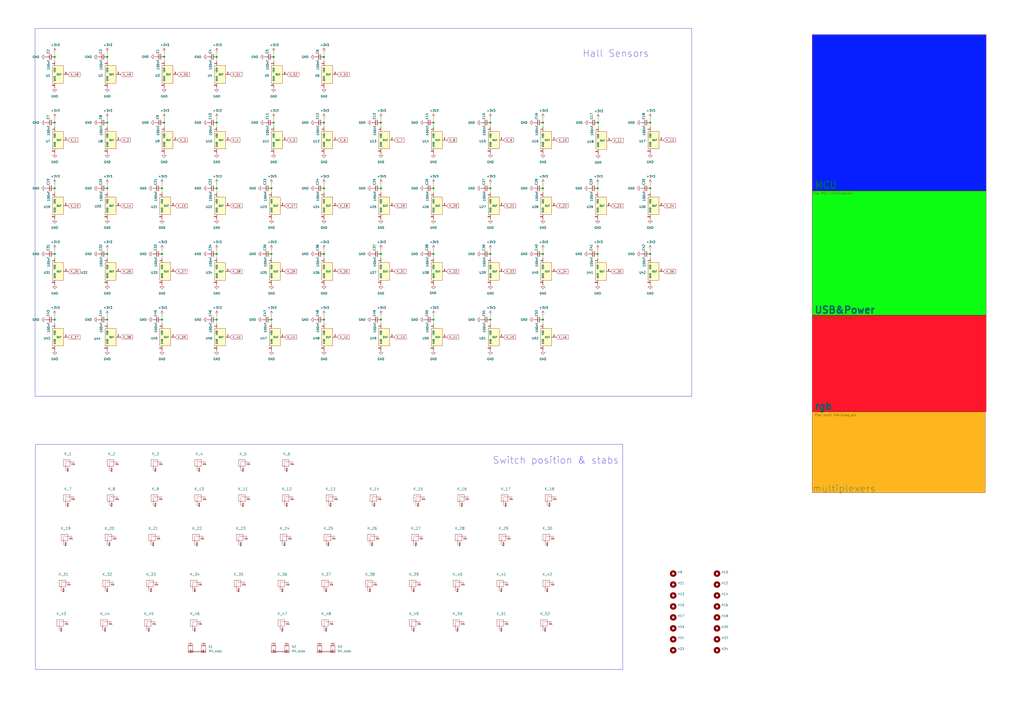
<source format=kicad_sch>
(kicad_sch (version 20231120) (generator "eeschema") (generator_version "8.0")
  (paper "A2")
  (junction (at 125.73 33.02))
  (junction (at 31.75 71.12))
  (junction (at 158.75 71.12))
  (junction (at 158.75 33.02))
  (junction (at 346.71 109.22))
  (junction (at 284.48 185.42))
  (junction (at 31.75 185.42))
  (junction (at 284.48 147.32))
  (junction (at 220.98 185.42))
  (junction (at 62.23 33.02))
  (junction (at 251.46 109.22))
  (junction (at 157.48 147.32))
  (junction (at 187.96 185.42))
  (junction (at 377.19 71.12))
  (junction (at 187.96 33.02))
  (junction (at 187.96 71.12))
  (junction (at 62.23 147.32))
  (junction (at 284.48 71.12))
  (junction (at 187.96 147.32))
  (junction (at 93.98 185.42))
  (junction (at 220.98 109.22))
  (junction (at 346.964 71.12))
  (junction (at 125.73 147.32))
  (junction (at 377.19 147.32))
  (junction (at 220.98 71.12))
  (junction (at 157.48 109.22))
  (junction (at 314.96 147.32))
  (junction (at 346.71 147.32))
  (junction (at 62.23 185.42))
  (junction (at 157.48 185.42))
  (junction (at 62.23 109.22))
  (junction (at 314.96 109.22))
  (junction (at 187.96 109.22))
  (junction (at 95.25 32.8994))
  (junction (at 125.73 71.12))
  (junction (at 62.23 71.12))
  (junction (at 284.48 109.22))
  (junction (at 31.75 109.22))
  (junction (at 31.75 147.32))
  (junction (at 220.98 147.32))
  (junction (at 31.75 33.02))
  (junction (at 251.46 71.12))
  (junction (at 377.19 109.22))
  (junction (at 251.46 147.32))
  (junction (at 93.98 147.32))
  (junction (at 251.46 185.42))
  (junction (at 93.98 109.22))
  (junction (at 125.73 185.42))
  (junction (at 314.96 185.42))
  (junction (at 314.96 71.12))
  (junction (at 125.73 109.22))
  (junction (at 95.25 71.12))
  (wire (pts (xy 125.73 33.02) (xy 125.73 35.56)))
  (wire (pts (xy 187.96 147.32) (xy 187.96 149.86)))
  (wire (pts (xy 346.71 147.32) (xy 346.71 149.86)))
  (wire (pts (xy 31.75 109.22) (xy 31.75 111.76)))
  (wire (pts (xy 157.48 185.42) (xy 157.48 187.96)))
  (wire (pts (xy 157.48 147.32) (xy 157.48 149.86)))
  (wire (pts (xy 125.73 71.12) (xy 125.73 73.66)))
  (wire (pts (xy 93.98 182.88) (xy 93.98 185.42)))
  (wire (pts (xy 284.48 182.88) (xy 284.48 185.42)))
  (wire (pts (xy 284.48 147.32) (xy 284.48 149.86)))
  (wire (pts (xy 125.73 182.88) (xy 125.73 185.42)))
  (wire (pts (xy 251.46 68.58) (xy 251.46 71.12)))
  (wire (pts (xy 187.96 182.88) (xy 187.96 185.42)))
  (wire (pts (xy 93.98 109.22) (xy 93.98 111.76)))
  (wire (pts (xy 95.25 71.12) (xy 95.25 73.66)))
  (wire (pts (xy 31.75 185.42) (xy 31.75 187.96)))
  (wire (pts (xy 62.23 109.22) (xy 62.23 111.76)))
  (wire (pts (xy 377.19 106.68) (xy 377.19 109.22)))
  (wire (pts (xy 251.46 185.42) (xy 251.46 187.96)))
  (wire (pts (xy 158.75 71.12) (xy 158.75 73.66)))
  (wire (pts (xy 62.23 185.42) (xy 62.23 187.96)))
  (wire (pts (xy 93.98 147.32) (xy 93.98 149.86)))
  (wire (pts (xy 346.964 71.12) (xy 346.964 73.914)))
  (wire (pts (xy 157.48 182.88) (xy 157.48 185.42)))
  (wire (pts (xy 62.23 30.48) (xy 62.23 33.02)))
  (wire (pts (xy 251.46 144.78) (xy 251.46 147.32)))
  (wire (pts (xy 284.48 185.42) (xy 284.48 187.96)))
  (wire (pts (xy 314.96 109.22) (xy 314.96 111.76)))
  (wire (pts (xy 284.48 68.58) (xy 284.48 71.12)))
  (wire (pts (xy 220.98 182.88) (xy 220.98 185.42)))
  (wire (pts (xy 31.75 144.78) (xy 31.75 147.32)))
  (wire (pts (xy 346.71 109.22) (xy 346.71 111.76)))
  (wire (pts (xy 62.23 147.32) (xy 62.23 149.86)))
  (wire (pts (xy 187.96 144.78) (xy 187.96 147.32)))
  (wire (pts (xy 346.71 144.78) (xy 346.71 147.32)))
  (wire (pts (xy 93.98 185.42) (xy 93.98 187.96)))
  (wire (pts (xy 314.96 185.42) (xy 314.96 187.96)))
  (wire (pts (xy 31.75 68.58) (xy 31.75 71.12)))
  (wire (pts (xy 31.75 30.48) (xy 31.75 33.02)))
  (wire (pts (xy 187.96 71.12) (xy 187.96 73.66)))
  (wire (pts (xy 62.23 33.02) (xy 62.23 35.56)))
  (wire (pts (xy 314.96 71.12) (xy 314.96 73.66)))
  (wire (pts (xy 346.71 106.68) (xy 346.71 109.22)))
  (wire (pts (xy 220.98 109.22) (xy 220.98 111.76)))
  (wire (pts (xy 158.75 68.58) (xy 158.75 71.12)))
  (wire (pts (xy 220.98 68.58) (xy 220.98 71.12)))
  (wire (pts (xy 62.23 68.58) (xy 62.23 71.12)))
  (wire (pts (xy 31.75 33.02) (xy 31.75 35.56)))
  (wire (pts (xy 62.23 182.88) (xy 62.23 185.42)))
  (wire (pts (xy 251.46 71.12) (xy 251.46 73.66)))
  (wire (pts (xy 62.23 144.78) (xy 62.23 147.32)))
  (wire (pts (xy 125.73 144.78) (xy 125.73 147.32)))
  (wire (pts (xy 220.98 147.32) (xy 220.98 149.86)))
  (wire (pts (xy 31.75 182.88) (xy 31.75 185.42)))
  (wire (pts (xy 284.48 71.12) (xy 284.48 73.66)))
  (wire (pts (xy 220.98 106.68) (xy 220.98 109.22)))
  (wire (pts (xy 187.96 185.42) (xy 187.96 187.96)))
  (wire (pts (xy 157.48 144.78) (xy 157.48 147.32)))
  (wire (pts (xy 31.75 71.12) (xy 31.75 73.66)))
  (wire (pts (xy 125.73 68.58) (xy 125.73 71.12)))
  (wire (pts (xy 158.75 33.02) (xy 158.75 35.56)))
  (wire (pts (xy 95.25 68.58) (xy 95.25 71.12)))
  (wire (pts (xy 377.19 109.22) (xy 377.19 111.76)))
  (wire (pts (xy 157.48 109.22) (xy 157.48 111.76)))
  (wire (pts (xy 125.73 185.42) (xy 125.73 187.96)))
  (wire (pts (xy 314.96 182.88) (xy 314.96 185.42)))
  (wire (pts (xy 314.96 106.68) (xy 314.96 109.22)))
  (wire (pts (xy 93.98 144.78) (xy 93.98 147.32)))
  (wire (pts (xy 31.75 147.32) (xy 31.75 149.86)))
  (wire (pts (xy 187.96 106.68) (xy 187.96 109.22)))
  (wire (pts (xy 125.73 109.22) (xy 125.73 111.76)))
  (wire (pts (xy 377.19 147.32) (xy 377.19 149.86)))
  (wire (pts (xy 251.46 106.68) (xy 251.46 109.22)))
  (wire (pts (xy 125.73 147.32) (xy 125.73 149.86)))
  (wire (pts (xy 284.48 144.78) (xy 284.48 147.32)))
  (wire (pts (xy 187.96 109.22) (xy 187.96 111.76)))
  (wire (pts (xy 31.75 106.68) (xy 31.75 109.22)))
  (wire (pts (xy 95.25 30.48) (xy 95.25 32.8994)))
  (wire (pts (xy 93.98 106.68) (xy 93.98 109.22)))
  (wire (pts (xy 62.23 71.12) (xy 62.23 73.66)))
  (wire (pts (xy 158.75 30.48) (xy 158.75 33.02)))
  (wire (pts (xy 377.19 71.12) (xy 377.19 73.66)))
  (wire (pts (xy 157.48 106.68) (xy 157.48 109.22)))
  (wire (pts (xy 346.964 68.834) (xy 346.964 71.12)))
  (wire (pts (xy 125.73 30.48) (xy 125.73 33.02)))
  (wire (pts (xy 220.98 144.78) (xy 220.98 147.32)))
  (wire (pts (xy 377.19 68.58) (xy 377.19 71.12)))
  (wire (pts (xy 251.46 182.88) (xy 251.46 185.42)))
  (wire (pts (xy 125.73 106.68) (xy 125.73 109.22)))
  (wire (pts (xy 187.96 68.58) (xy 187.96 71.12)))
  (wire (pts (xy 95.25 32.8994) (xy 95.25 35.56)))
  (wire (pts (xy 251.46 147.32) (xy 251.46 149.86)))
  (wire (pts (xy 314.96 68.58) (xy 314.96 71.12)))
  (wire (pts (xy 314.96 147.32) (xy 314.96 149.86)))
  (wire (pts (xy 187.96 33.02) (xy 187.96 35.56)))
  (wire (pts (xy 251.46 109.22) (xy 251.46 111.76)))
  (wire (pts (xy 314.96 144.78) (xy 314.96 147.32)))
  (wire (pts (xy 284.48 109.22) (xy 284.48 111.76)))
  (wire (pts (xy 220.98 185.42) (xy 220.98 187.96)))
  (wire (pts (xy 284.48 106.68) (xy 284.48 109.22)))
  (wire (pts (xy 377.19 144.78) (xy 377.19 147.32)))
  (wire (pts (xy 220.98 71.12) (xy 220.98 73.66)))
  (wire (pts (xy 62.23 106.68) (xy 62.23 109.22)))
  (wire (pts (xy 187.96 30.48) (xy 187.96 33.02)))
  (rectangle (start 20.574 257.81) (end 361.188 388.366))
  (rectangle (start 20.32 16.51) (end 401.32 229.87))
  (text "Switch position & stabs\n" (at 285.75 269.494 0) (effects (font (size 4 4)) (justify left bottom)))
  (text "Hall Sensors" (at 337.82 33.528 0) (effects (font (size 4 4)) (justify left bottom)))
  (global_label "K_44" (shape input) (at 259.08 195.58 0) (property "Intersheetrefs" "${INTERSHEET_REFS}" (effects (hide yes))))
  (global_label "K_9" (shape input) (at 292.1 81.28 0) (property "Intersheetrefs" "${INTERSHEET_REFS}" (effects (hide yes))))
  (global_label "K_6" (shape input) (at 195.58 81.28 0) (property "Intersheetrefs" "${INTERSHEET_REFS}" (effects (hide yes))))
  (global_label "K_53" (shape input) (at 195.58 43.18 0) (property "Intersheetrefs" "${INTERSHEET_REFS}" (effects (hide yes))))
  (global_label "K_16" (shape input) (at 133.35 119.38 0) (property "Intersheetrefs" "${INTERSHEET_REFS}" (effects (hide yes))))
  (global_label "K_38" (shape input) (at 69.85 195.58 0) (property "Intersheetrefs" "${INTERSHEET_REFS}" (effects (hide yes))))
  (global_label "K_4" (shape input) (at 133.35 81.28 0) (property "Intersheetrefs" "${INTERSHEET_REFS}" (effects (hide yes))))
  (global_label "K_24" (shape input) (at 384.81 119.38 0) (property "Intersheetrefs" "${INTERSHEET_REFS}" (effects (hide yes))))
  (global_label "K_25" (shape input) (at 39.37 157.48 0) (property "Intersheetrefs" "${INTERSHEET_REFS}" (effects (hide yes))))
  (global_label "K_17" (shape input) (at 165.1 119.38 0) (property "Intersheetrefs" "${INTERSHEET_REFS}" (effects (hide yes))))
  (global_label "K_22" (shape input) (at 322.58 119.38 0) (property "Intersheetrefs" "${INTERSHEET_REFS}" (effects (hide yes))))
  (global_label "K_18" (shape input) (at 195.58 119.38 0) (property "Intersheetrefs" "${INTERSHEET_REFS}" (effects (hide yes))))
  (global_label "K_14" (shape input) (at 69.85 119.38 0) (property "Intersheetrefs" "${INTERSHEET_REFS}" (effects (hide yes))))
  (global_label "K_21" (shape input) (at 292.1 119.38 0) (property "Intersheetrefs" "${INTERSHEET_REFS}" (effects (hide yes))))
  (global_label "K_42" (shape input) (at 195.58 195.58 0) (property "Intersheetrefs" "${INTERSHEET_REFS}" (effects (hide yes))))
  (global_label "K_48" (shape input) (at 39.37 43.18 0) (property "Intersheetrefs" "${INTERSHEET_REFS}" (effects (hide yes))))
  (global_label "K_39" (shape input) (at 101.6 195.58 0) (property "Intersheetrefs" "${INTERSHEET_REFS}" (effects (hide yes))))
  (global_label "K_11" (shape input) (at 354.584 81.534 0) (property "Intersheetrefs" "${INTERSHEET_REFS}" (effects (hide yes))))
  (global_label "K_2" (shape input) (at 69.85 81.28 0) (property "Intersheetrefs" "${INTERSHEET_REFS}" (effects (hide yes))))
  (global_label "K_15" (shape input) (at 101.6 119.38 0) (property "Intersheetrefs" "${INTERSHEET_REFS}" (effects (hide yes))))
  (global_label "K_36" (shape input) (at 384.81 157.48 0) (property "Intersheetrefs" "${INTERSHEET_REFS}" (effects (hide yes))))
  (global_label "K_20" (shape input) (at 259.08 119.38 0) (property "Intersheetrefs" "${INTERSHEET_REFS}" (effects (hide yes))))
  (global_label "K_50" (shape input) (at 102.87 43.18 0) (property "Intersheetrefs" "${INTERSHEET_REFS}" (effects (hide yes))))
  (global_label "K_13" (shape input) (at 39.37 119.38 0) (property "Intersheetrefs" "${INTERSHEET_REFS}" (effects (hide yes))))
  (global_label "K_5" (shape input) (at 166.37 81.28 0) (property "Intersheetrefs" "${INTERSHEET_REFS}" (effects (hide yes))))
  (global_label "K_35" (shape input) (at 354.33 157.48 0) (property "Intersheetrefs" "${INTERSHEET_REFS}" (effects (hide yes))))
  (global_label "K_31" (shape input) (at 228.6 157.48 0) (property "Intersheetrefs" "${INTERSHEET_REFS}" (effects (hide yes))))
  (global_label "K_26" (shape input) (at 69.85 157.48 0) (property "Intersheetrefs" "${INTERSHEET_REFS}" (effects (hide yes))))
  (global_label "K_34" (shape input) (at 322.58 157.48 0) (property "Intersheetrefs" "${INTERSHEET_REFS}" (effects (hide yes))))
  (global_label "K_43" (shape input) (at 228.6 195.58 0) (property "Intersheetrefs" "${INTERSHEET_REFS}" (effects (hide yes))))
  (global_label "K_49" (shape input) (at 69.85 43.18 0) (property "Intersheetrefs" "${INTERSHEET_REFS}" (effects (hide yes))))
  (global_label "K_10" (shape input) (at 322.58 81.28 0) (property "Intersheetrefs" "${INTERSHEET_REFS}" (effects (hide yes))))
  (global_label "K_29" (shape input) (at 165.1 157.48 0) (property "Intersheetrefs" "${INTERSHEET_REFS}" (effects (hide yes))))
  (global_label "K_40" (shape input) (at 133.35 195.58 0) (property "Intersheetrefs" "${INTERSHEET_REFS}" (effects (hide yes))))
  (global_label "K_12" (shape input) (at 384.81 81.28 0) (property "Intersheetrefs" "${INTERSHEET_REFS}" (effects (hide yes))))
  (global_label "K_37" (shape input) (at 39.37 195.58 0) (property "Intersheetrefs" "${INTERSHEET_REFS}" (effects (hide yes))))
  (global_label "K_32" (shape input) (at 259.08 157.48 0) (property "Intersheetrefs" "${INTERSHEET_REFS}" (effects (hide yes))))
  (global_label "K_33" (shape input) (at 292.1 157.48 0) (property "Intersheetrefs" "${INTERSHEET_REFS}" (effects (hide yes))))
  (global_label "K_45" (shape input) (at 292.1 195.58 0) (property "Intersheetrefs" "${INTERSHEET_REFS}" (effects (hide yes))))
  (global_label "K_7" (shape input) (at 228.6 81.28 0) (property "Intersheetrefs" "${INTERSHEET_REFS}" (effects (hide yes))))
  (global_label "K_52" (shape input) (at 166.37 43.18 0) (property "Intersheetrefs" "${INTERSHEET_REFS}" (effects (hide yes))))
  (global_label "K_23" (shape input) (at 354.33 119.38 0) (property "Intersheetrefs" "${INTERSHEET_REFS}" (effects (hide yes))))
  (global_label "K_51" (shape input) (at 133.35 43.18 0) (property "Intersheetrefs" "${INTERSHEET_REFS}" (effects (hide yes))))
  (global_label "K_28" (shape input) (at 133.35 157.48 0) (property "Intersheetrefs" "${INTERSHEET_REFS}" (effects (hide yes))))
  (global_label "K_27" (shape input) (at 101.6 157.48 0) (property "Intersheetrefs" "${INTERSHEET_REFS}" (effects (hide yes))))
  (global_label "K_30" (shape input) (at 195.58 157.48 0) (property "Intersheetrefs" "${INTERSHEET_REFS}" (effects (hide yes))))
  (global_label "K_1" (shape input) (at 39.37 81.28 0) (property "Intersheetrefs" "${INTERSHEET_REFS}" (effects (hide yes))))
  (global_label "K_3" (shape input) (at 102.87 81.28 0) (property "Intersheetrefs" "${INTERSHEET_REFS}" (effects (hide yes))))
  (global_label "K_8" (shape input) (at 259.08 81.28 0) (property "Intersheetrefs" "${INTERSHEET_REFS}" (effects (hide yes))))
  (global_label "K_41" (shape input) (at 165.1 195.58 0) (property "Intersheetrefs" "${INTERSHEET_REFS}" (effects (hide yes))))
  (global_label "K_19" (shape input) (at 228.6 119.38 0) (property "Intersheetrefs" "${INTERSHEET_REFS}" (effects (hide yes))))
  (global_label "K_46" (shape input) (at 322.58 195.58 0) (property "Intersheetrefs" "${INTERSHEET_REFS}" (effects (hide yes))))
  (symbol (lib_id "Device:C_Small") (at 374.65 109.22 270) (mirror x) (unit 1)
    (property "Reference" "C30" (at 373.38 107.442 0) (effects (justify left)))
    (property "Value" "100nF" (at 373.634 116.84 0) (effects (justify left)))
    (property "Footprint" "Capacitor_SMD:C_0402_1005Metric" (effects (hide yes)))
    (property "LCSC" "C307331" (effects (hide yes)))
  )
  (symbol (lib_id "PCM_marbastlib-mx:MX_stab") (at 162.56 375.92 0) (unit 1)
    (property "Reference" "S2" (at 169.164 375.158 0) (effects (justify left)))
    (property "Value" "MX_stab" (at 169.164 377.698 0) (effects (justify left)))
    (property "Footprint" "PCM_marbastlib-mx:STAB_MX_6.25u" (effects (hide yes)))
  )
  (symbol (lib_id "power:+3V3") (at 31.75 182.88 0) (unit 1)
    (property "Reference" "#PWR0127" (effects (hide yes)))
    (property "Value" "+3V3" (at 32.131 178.4858 0))
  )
  (symbol (lib_id "power:GND") (at 246.38 185.42 270) (unit 1)
    (property "Reference" "#PWR0144" (effects (hide yes)))
    (property "Value" "GND" (at 242.57 185.4199 90) (effects (justify right)))
  )
  (symbol (lib_id "power:GND") (at 346.71 127 0) (unit 1)
    (property "Reference" "#PWR089" (effects (hide yes)))
    (property "Value" "GND" (at 346.71 132.08 0))
  )
  (symbol (lib_id "Device:C_Small") (at 91.44 109.22 270) (mirror x) (unit 1)
    (property "Reference" "C21" (at 90.17 107.442 0) (effects (justify left)))
    (property "Value" "100nF" (at 90.424 116.84 0) (effects (justify left)))
    (property "Footprint" "Capacitor_SMD:C_0402_1005Metric" (effects (hide yes)))
    (property "LCSC" "C307331" (effects (hide yes)))
  )
  (symbol (lib_id "49e:Hall_Sensor") (at 34.29 195.58 0) (unit 1)
    (property "Reference" "U43" (at 29.21 196.215 0) (effects (justify right)))
    (property "Value" "SLSS49E-3" (effects (hide yes)))
    (property "Footprint" "Package_TO_SOT_SMD:SOT-23" (effects (hide yes)))
    (property "Datasheet" "https://datasheet.lcsc.com/lcsc/2110081930_Slkor-SLKORMICRO-Elec--SLSS49E-3_C2904393.pdf" (effects (hide yes)))
    (property "LCSC Part" "C2904393" (effects (hide yes)))
    (property "LCSC" "C2904393" (effects (hide yes)))
  )
  (symbol (lib_id "power:GND") (at 309.88 147.32 270) (unit 1)
    (property "Reference" "#PWR0112" (effects (hide yes)))
    (property "Value" "GND" (at 306.07 147.3199 90) (effects (justify right)))
  )
  (symbol (lib_id "power:GND") (at 26.67 109.22 270) (unit 1)
    (property "Reference" "#PWR067" (effects (hide yes)))
    (property "Value" "GND" (at 22.86 109.2199 90) (effects (justify right)))
  )
  (symbol (lib_id "MX_Alps_Hybrid:MX-NoLED") (at 166.37 269.24 0) (unit 1)
    (property "Reference" "K_6" (at 166.37 263.3218 0) (effects (font (size 1.524 1.524))))
    (property "Value" "KEYSW" (effects (hide yes)))
    (property "Footprint" "Moonpad:Wooting_1.00u" (effects (hide yes)))
  )
  (symbol (lib_id "power:GND") (at 182.88 185.42 270) (unit 1)
    (property "Reference" "#PWR0142" (effects (hide yes)))
    (property "Value" "GND" (at 179.07 185.4199 90) (effects (justify right)))
  )
  (symbol (lib_id "MX_Alps_Hybrid:MX-NoLED") (at 317.5 339.09 0) (unit 1)
    (property "Reference" "K_42" (at 317.5 333.1718 0) (effects (font (size 1.524 1.524))))
    (property "Value" "KEYSW" (effects (hide yes)))
    (property "Footprint" "Moonpad:Wooting_1.00u" (effects (hide yes)))
  )
  (symbol (lib_id "power:+3V3") (at 187.96 68.58 0) (unit 1)
    (property "Reference" "#PWR024" (effects (hide yes)))
    (property "Value" "+3V3" (at 188.341 64.1858 0))
  )
  (symbol (lib_id "Mechanical:MountingHole") (at 415.925 358.14 0) (unit 1)
    (property "Reference" "H18" (at 418.465 357.3053 0) (effects (justify left)))
    (property "Value" "MountingHole" (effects (hide yes)))
    (property "Footprint" "cipulot_parts:HOLE_M2" (effects (hide yes)))
  )
  (symbol (lib_id "power:+3V3") (at 314.96 144.78 0) (unit 1)
    (property "Reference" "#PWR0100" (effects (hide yes)))
    (property "Value" "+3V3" (at 315.341 140.3858 0))
  )
  (symbol (lib_id "power:GND") (at 31.75 203.2 0) (unit 1)
    (property "Reference" "#PWR0147" (effects (hide yes)))
    (property "Value" "GND" (at 31.75 208.28 0))
  )
  (symbol (lib_id "Device:C_Small") (at 156.21 33.02 270) (mirror x) (unit 1)
    (property "Reference" "C5" (at 154.94 31.242 0) (effects (justify left)))
    (property "Value" "100nF" (at 155.194 40.64 0) (effects (justify left)))
    (property "Footprint" "Capacitor_SMD:C_0402_1005Metric" (effects (hide yes)))
    (property "LCSC" "C307331" (effects (hide yes)))
  )
  (symbol (lib_id "power:GND") (at 125.73 203.2 0) (unit 1)
    (property "Reference" "#PWR0150" (effects (hide yes)))
    (property "Value" "GND" (at 125.73 208.28 0))
  )
  (symbol (lib_id "49e:Hall_Sensor") (at 96.52 195.58 0) (unit 1)
    (property "Reference" "U45" (at 91.44 196.215 0) (effects (justify right)))
    (property "Value" "SLSS49E-3" (effects (hide yes)))
    (property "Footprint" "Package_TO_SOT_SMD:SOT-23" (effects (hide yes)))
    (property "Datasheet" "https://datasheet.lcsc.com/lcsc/2110081930_Slkor-SLKORMICRO-Elec--SLSS49E-3_C2904393.pdf" (effects (hide yes)))
    (property "LCSC Part" "C2904393" (effects (hide yes)))
    (property "LCSC" "C2904393" (effects (hide yes)))
  )
  (symbol (lib_id "MX_Alps_Hybrid:MX-NoLED") (at 60.96 361.95 0) (unit 1)
    (property "Reference" "K_44" (at 60.96 356.0318 0) (effects (font (size 1.524 1.524))))
    (property "Value" "KEYSW" (effects (hide yes)))
    (property "Footprint" "Moonpad:Wooting_1.00u" (effects (hide yes)))
  )
  (symbol (lib_id "power:+3V3") (at 220.98 68.58 0) (unit 1)
    (property "Reference" "#PWR025" (effects (hide yes)))
    (property "Value" "+3V3" (at 221.361 64.1858 0))
  )
  (symbol (lib_id "Mechanical:MountingHole") (at 415.925 345.44 0) (unit 1)
    (property "Reference" "H14" (at 418.465 344.6053 0) (effects (justify left)))
    (property "Value" "MountingHole" (effects (hide yes)))
    (property "Footprint" "cipulot_parts:HOLE_M2" (effects (hide yes)))
  )
  (symbol (lib_id "Device:C_Small") (at 281.94 147.32 270) (mirror x) (unit 1)
    (property "Reference" "C39" (at 280.67 145.542 0) (effects (justify left)))
    (property "Value" "100nF" (at 280.924 154.94 0) (effects (justify left)))
    (property "Footprint" "Capacitor_SMD:C_0402_1005Metric" (effects (hide yes)))
    (property "LCSC" "C307331" (effects (hide yes)))
  )
  (symbol (lib_id "MX_Alps_Hybrid:MX-NoLED") (at 316.23 361.95 0) (unit 1)
    (property "Reference" "K_52" (at 316.23 356.0318 0) (effects (font (size 1.524 1.524))))
    (property "Value" "KEYSW" (effects (hide yes)))
    (property "Footprint" "Moonpad:Wooting_1.00u" (effects (hide yes)))
  )
  (symbol (lib_id "MX_Alps_Hybrid:MX-NoLED") (at 115.57 289.56 0) (unit 1)
    (property "Reference" "K_10" (at 115.57 283.6418 0) (effects (font (size 1.524 1.524))))
    (property "Value" "KEYSW" (effects (hide yes)))
    (property "Footprint" "Moonpad:Wooting_1.00u" (effects (hide yes)))
  )
  (symbol (lib_id "power:+3V3") (at 284.48 106.68 0) (unit 1)
    (property "Reference" "#PWR063" (effects (hide yes)))
    (property "Value" "+3V3" (at 284.861 102.2858 0))
  )
  (symbol (lib_id "power:+3V3") (at 62.23 30.48 0) (unit 1)
    (property "Reference" "#PWR02" (effects (hide yes)))
    (property "Value" "+3V3" (at 62.611 26.0858 0))
  )
  (symbol (lib_id "49e:Hall_Sensor") (at 287.02 157.48 0) (unit 1)
    (property "Reference" "U39" (at 281.94 158.115 0) (effects (justify right)))
    (property "Value" "SLSS49E-3" (effects (hide yes)))
    (property "Footprint" "Package_TO_SOT_SMD:SOT-23" (effects (hide yes)))
    (property "Datasheet" "https://datasheet.lcsc.com/lcsc/2110081930_Slkor-SLKORMICRO-Elec--SLSS49E-3_C2904393.pdf" (effects (hide yes)))
    (property "LCSC Part" "C2904393" (effects (hide yes)))
    (property "LCSC" "C2904393" (effects (hide yes)))
  )
  (symbol (lib_id "power:GND") (at 95.25 88.9 0) (unit 1)
    (property "Reference" "#PWR045" (effects (hide yes)))
    (property "Value" "GND" (at 95.25 93.98 0))
  )
  (symbol (lib_id "power:+3V3") (at 251.46 144.78 0) (unit 1)
    (property "Reference" "#PWR098" (effects (hide yes)))
    (property "Value" "+3V3" (at 251.841 140.3858 0))
  )
  (symbol (lib_id "power:GND") (at 57.15 109.22 270) (unit 1)
    (property "Reference" "#PWR068" (effects (hide yes)))
    (property "Value" "GND" (at 53.34 109.2199 90) (effects (justify right)))
  )
  (symbol (lib_id "Device:C_Small") (at 281.94 185.42 270) (mirror x) (unit 1)
    (property "Reference" "C51" (at 280.67 183.642 0) (effects (justify left)))
    (property "Value" "100nF" (at 280.924 193.04 0) (effects (justify left)))
    (property "Footprint" "Capacitor_SMD:C_0402_1005Metric" (effects (hide yes)))
    (property "LCSC" "C307331" (effects (hide yes)))
  )
  (symbol (lib_id "49e:Hall_Sensor") (at 379.73 157.48 0) (unit 1)
    (property "Reference" "U42" (at 374.65 158.115 0) (effects (justify right)))
    (property "Value" "SLSS49E-3" (effects (hide yes)))
    (property "Footprint" "Package_TO_SOT_SMD:SOT-23" (effects (hide yes)))
    (property "Datasheet" "https://datasheet.lcsc.com/lcsc/2110081930_Slkor-SLKORMICRO-Elec--SLSS49E-3_C2904393.pdf" (effects (hide yes)))
    (property "LCSC Part" "C2904393" (effects (hide yes)))
    (property "LCSC" "C2904393" (effects (hide yes)))
  )
  (symbol (lib_id "Mechanical:MountingHole") (at 415.925 370.84 0) (unit 1)
    (property "Reference" "H22" (at 418.465 370.0053 0) (effects (justify left)))
    (property "Value" "MountingHole" (effects (hide yes)))
    (property "Footprint" "cipulot_parts:HOLE_M2" (effects (hide yes)))
  )
  (symbol (lib_id "MX_Alps_Hybrid:MX-NoLED") (at 318.77 289.56 0) (unit 1)
    (property "Reference" "K_18" (at 318.77 283.6418 0) (effects (font (size 1.524 1.524))))
    (property "Value" "KEYSW" (effects (hide yes)))
    (property "Footprint" "Moonpad:Wooting_1.00u" (effects (hide yes)))
  )
  (symbol (lib_id "power:GND") (at 309.88 185.42 270) (unit 1)
    (property "Reference" "#PWR0146" (effects (hide yes)))
    (property "Value" "GND" (at 306.07 185.4199 90) (effects (justify right)))
  )
  (symbol (lib_id "power:GND") (at 62.23 165.1 0) (unit 1)
    (property "Reference" "#PWR0116" (effects (hide yes)))
    (property "Value" "GND" (at 62.23 170.18 0))
  )
  (symbol (lib_id "Device:C_Small") (at 312.42 71.12 270) (mirror x) (unit 1)
    (property "Reference" "C16" (at 311.15 69.342 0) (effects (justify left)))
    (property "Value" "100nF" (at 311.404 78.74 0) (effects (justify left)))
    (property "Footprint" "Capacitor_SMD:C_0402_1005Metric" (effects (hide yes)))
    (property "LCSC" "C307331" (effects (hide yes)))
  )
  (symbol (lib_id "power:GND") (at 215.9 185.42 270) (unit 1)
    (property "Reference" "#PWR0143" (effects (hide yes)))
    (property "Value" "GND" (at 212.09 185.4199 90) (effects (justify right)))
  )
  (symbol (lib_id "MX_Alps_Hybrid:MX-NoLED") (at 63.5 312.42 0) (unit 1)
    (property "Reference" "K_20" (at 63.5 306.5018 0) (effects (font (size 1.524 1.524))))
    (property "Value" "KEYSW" (effects (hide yes)))
    (property "Footprint" "Moonpad:Wooting_1.00u" (effects (hide yes)))
  )
  (symbol (lib_id "49e:Hall_Sensor") (at 254 157.48 0) (unit 1)
    (property "Reference" "U38" (at 248.92 158.115 0) (effects (justify right)))
    (property "Value" "SLSS49E-3" (effects (hide yes)))
    (property "Footprint" "Package_TO_SOT_SMD:SOT-23" (effects (hide yes)))
    (property "Datasheet" "https://datasheet.lcsc.com/lcsc/2110081930_Slkor-SLKORMICRO-Elec--SLSS49E-3_C2904393.pdf" (effects (hide yes)))
    (property "LCSC Part" "C2904393" (effects (hide yes)))
    (property "LCSC" "C2904393" (effects (hide yes)))
  )
  (symbol (lib_id "MX_Alps_Hybrid:MX-NoLED") (at 290.83 361.95 0) (unit 1)
    (property "Reference" "K_51" (at 290.83 356.0318 0) (effects (font (size 1.524 1.524))))
    (property "Value" "KEYSW" (effects (hide yes)))
    (property "Footprint" "Moonpad:Wooting_1.00u" (effects (hide yes)))
  )
  (symbol (lib_id "power:GND") (at 314.96 203.2 0) (unit 1)
    (property "Reference" "#PWR0156" (effects (hide yes)))
    (property "Value" "GND" (at 314.96 208.28 0))
  )
  (symbol (lib_id "Device:C_Small") (at 29.21 109.22 270) (mirror x) (unit 1)
    (property "Reference" "C19" (at 27.94 107.442 0) (effects (justify left)))
    (property "Value" "100nF" (at 28.194 116.84 0) (effects (justify left)))
    (property "Footprint" "Capacitor_SMD:C_0402_1005Metric" (effects (hide yes)))
    (property "LCSC" "C307331" (effects (hide yes)))
  )
  (symbol (lib_id "power:GND") (at 284.48 88.9 0) (unit 1)
    (property "Reference" "#PWR051" (effects (hide yes)))
    (property "Value" "GND" (at 284.48 93.98 0))
  )
  (symbol (lib_id "power:GND") (at 90.17 32.8994 270) (unit 1)
    (property "Reference" "#PWR07" (effects (hide yes)))
    (property "Value" "GND" (at 86.36 32.8993 90) (effects (justify right)))
  )
  (symbol (lib_id "power:+3V3") (at 284.48 68.58 0) (unit 1)
    (property "Reference" "#PWR027" (effects (hide yes)))
    (property "Value" "+3V3" (at 284.861 64.1858 0))
  )
  (symbol (lib_id "power:+3V3") (at 251.46 106.68 0) (unit 1)
    (property "Reference" "#PWR062" (effects (hide yes)))
    (property "Value" "+3V3" (at 251.841 102.2858 0))
  )
  (symbol (lib_id "power:+3V3") (at 220.98 182.88 0) (unit 1)
    (property "Reference" "#PWR0133" (effects (hide yes)))
    (property "Value" "+3V3" (at 221.361 178.4858 0))
  )
  (symbol (lib_id "power:+3V3") (at 220.98 106.68 0) (unit 1)
    (property "Reference" "#PWR061" (effects (hide yes)))
    (property "Value" "+3V3" (at 221.361 102.2858 0))
  )
  (symbol (lib_id "power:GND") (at 125.73 88.9 0) (unit 1)
    (property "Reference" "#PWR046" (effects (hide yes)))
    (property "Value" "GND" (at 125.73 93.98 0))
  )
  (symbol (lib_id "MX_Alps_Hybrid:MX-NoLED") (at 138.43 339.09 0) (unit 1)
    (property "Reference" "K_35" (at 138.43 333.1718 0) (effects (font (size 1.524 1.524))))
    (property "Value" "KEYSW" (effects (hide yes)))
    (property "Footprint" "Moonpad:Wooting_1.00u" (effects (hide yes)))
  )
  (symbol (lib_id "49e:Hall_Sensor") (at 223.52 119.38 0) (unit 1)
    (property "Reference" "U25" (at 218.44 120.015 0) (effects (justify right)))
    (property "Value" "SLSS49E-3" (effects (hide yes)))
    (property "Footprint" "Package_TO_SOT_SMD:SOT-23" (effects (hide yes)))
    (property "Datasheet" "https://datasheet.lcsc.com/lcsc/2110081930_Slkor-SLKORMICRO-Elec--SLSS49E-3_C2904393.pdf" (effects (hide yes)))
    (property "LCSC Part" "C2904393" (effects (hide yes)))
    (property "LCSC" "C2904393" (effects (hide yes)))
  )
  (symbol (lib_id "Device:C_Small") (at 91.44 185.42 270) (mirror x) (unit 1)
    (property "Reference" "C45" (at 90.17 183.642 0) (effects (justify left)))
    (property "Value" "100nF" (at 90.424 193.04 0) (effects (justify left)))
    (property "Footprint" "Capacitor_SMD:C_0402_1005Metric" (effects (hide yes)))
    (property "LCSC" "C307331" (effects (hide yes)))
  )
  (symbol (lib_id "power:GND") (at 309.88 109.22 270) (unit 1)
    (property "Reference" "#PWR076" (effects (hide yes)))
    (property "Value" "GND" (at 306.07 109.2199 90) (effects (justify right)))
  )
  (symbol (lib_id "Device:C_Small") (at 123.19 147.32 270) (mirror x) (unit 1)
    (property "Reference" "C34" (at 121.92 145.542 0) (effects (justify left)))
    (property "Value" "100nF" (at 122.174 154.94 0) (effects (justify left)))
    (property "Footprint" "Capacitor_SMD:C_0402_1005Metric" (effects (hide yes)))
    (property "LCSC" "C307331" (effects (hide yes)))
  )
  (symbol (lib_id "power:+3V3") (at 314.96 106.68 0) (unit 1)
    (property "Reference" "#PWR064" (effects (hide yes)))
    (property "Value" "+3V3" (at 315.341 102.2858 0))
  )
  (symbol (lib_id "49e:Hall_Sensor") (at 379.73 81.28 0) (unit 1)
    (property "Reference" "U17" (at 374.65 81.915 0) (effects (justify right)))
    (property "Value" "SLSS49E-3" (effects (hide yes)))
    (property "Footprint" "Package_TO_SOT_SMD:SOT-23" (effects (hide yes)))
    (property "Datasheet" "https://datasheet.lcsc.com/lcsc/2110081930_Slkor-SLKORMICRO-Elec--SLSS49E-3_C2904393.pdf" (effects (hide yes)))
    (property "LCSC Part" "C2904393" (effects (hide yes)))
    (property "LCSC" "C2904393" (effects (hide yes)))
  )
  (symbol (lib_id "Device:C_Small") (at 185.42 147.32 270) (mirror x) (unit 1)
    (property "Reference" "C36" (at 184.15 145.542 0) (effects (justify left)))
    (property "Value" "100nF" (at 184.404 154.94 0) (effects (justify left)))
    (property "Footprint" "Capacitor_SMD:C_0402_1005Metric" (effects (hide yes)))
    (property "LCSC" "C307331" (effects (hide yes)))
  )
  (symbol (lib_id "power:+3V3") (at 62.23 144.78 0) (unit 1)
    (property "Reference" "#PWR092" (effects (hide yes)))
    (property "Value" "+3V3" (at 62.611 140.3858 0))
  )
  (symbol (lib_id "power:+3V3") (at 95.25 30.48 0) (unit 1)
    (property "Reference" "#PWR03" (effects (hide yes)))
    (property "Value" "+3V3" (at 95.631 26.0858 0))
  )
  (symbol (lib_id "power:+3V3") (at 125.73 68.58 0) (unit 1)
    (property "Reference" "#PWR022" (effects (hide yes)))
    (property "Value" "+3V3" (at 126.111 64.1858 0))
  )
  (symbol (lib_id "power:GND") (at 279.4 147.32 270) (unit 1)
    (property "Reference" "#PWR0111" (effects (hide yes)))
    (property "Value" "GND" (at 275.59 147.3199 90) (effects (justify right)))
  )
  (symbol (lib_id "power:+3V3") (at 187.96 182.88 0) (unit 1)
    (property "Reference" "#PWR0132" (effects (hide yes)))
    (property "Value" "+3V3" (at 188.341 178.4858 0))
  )
  (symbol (lib_id "MX_Alps_Hybrid:MX-NoLED") (at 90.17 269.24 0) (unit 1)
    (property "Reference" "K_3" (at 90.17 263.3218 0) (effects (font (size 1.524 1.524))))
    (property "Value" "KEYSW" (effects (hide yes)))
    (property "Footprint" "Moonpad:Wooting_1.00u" (effects (hide yes)))
  )
  (symbol (lib_id "Device:C_Small") (at 29.21 71.12 270) (mirror x) (unit 1)
    (property "Reference" "C7" (at 27.94 69.342 0) (effects (justify left)))
    (property "Value" "100nF" (at 28.194 78.74 0) (effects (justify left)))
    (property "Footprint" "Capacitor_SMD:C_0402_1005Metric" (effects (hide yes)))
    (property "LCSC" "C307331" (effects (hide yes)))
  )
  (symbol (lib_id "power:GND") (at 88.9 109.22 270) (unit 1)
    (property "Reference" "#PWR069" (effects (hide yes)))
    (property "Value" "GND" (at 85.09 109.2199 90) (effects (justify right)))
  )
  (symbol (lib_id "power:GND") (at 279.4 71.12 270) (unit 1)
    (property "Reference" "#PWR039" (effects (hide yes)))
    (property "Value" "GND" (at 275.59 71.1199 90) (effects (justify right)))
  )
  (symbol (lib_id "MX_Alps_Hybrid:MX-NoLED") (at 113.03 339.09 0) (unit 1)
    (property "Reference" "K_34" (at 113.03 333.1718 0) (effects (font (size 1.524 1.524))))
    (property "Value" "KEYSW" (effects (hide yes)))
    (property "Footprint" "Moonpad:Wooting_1.00u" (effects (hide yes)))
  )
  (symbol (lib_id "49e:Hall_Sensor") (at 128.27 81.28 0) (unit 1)
    (property "Reference" "U10" (at 123.19 81.915 0) (effects (justify right)))
    (property "Value" "SLSS49E-3" (effects (hide yes)))
    (property "Footprint" "Package_TO_SOT_SMD:SOT-23" (effects (hide yes)))
    (property "Datasheet" "https://datasheet.lcsc.com/lcsc/2110081930_Slkor-SLKORMICRO-Elec--SLSS49E-3_C2904393.pdf" (effects (hide yes)))
    (property "LCSC Part" "C2904393" (effects (hide yes)))
    (property "LCSC" "C2904393" (effects (hide yes)))
  )
  (symbol (lib_id "49e:Hall_Sensor") (at 287.02 195.58 0) (unit 1)
    (property "Reference" "U51" (at 281.94 196.215 0) (effects (justify right)))
    (property "Value" "SLSS49E-3" (effects (hide yes)))
    (property "Footprint" "Package_TO_SOT_SMD:SOT-23" (effects (hide yes)))
    (property "Datasheet" "https://datasheet.lcsc.com/lcsc/2110081930_Slkor-SLKORMICRO-Elec--SLSS49E-3_C2904393.pdf" (effects (hide yes)))
    (property "LCSC Part" "C2904393" (effects (hide yes)))
    (property "LCSC" "C2904393" (effects (hide yes)))
  )
  (symbol (lib_id "49e:Hall_Sensor") (at 97.79 43.18 0) (unit 1)
    (property "Reference" "U3" (at 92.71 43.815 0) (effects (justify right)))
    (property "Value" "SLSS49E-3" (effects (hide yes)))
    (property "Footprint" "Package_TO_SOT_SMD:SOT-23" (effects (hide yes)))
    (property "Datasheet" "https://datasheet.lcsc.com/lcsc/2110081930_Slkor-SLKORMICRO-Elec--SLSS49E-3_C2904393.pdf" (effects (hide yes)))
    (property "LCSC Part" "C2904393" (effects (hide yes)))
    (property "LCSC" "C2904393" (effects (hide yes)))
  )
  (symbol (lib_id "49e:Hall_Sensor") (at 34.29 43.18 0) (unit 1)
    (property "Reference" "U1" (at 29.21 43.815 0) (effects (justify right)))
    (property "Value" "SLSS49E-3" (effects (hide yes)))
    (property "Footprint" "Package_TO_SOT_SMD:SOT-23" (effects (hide yes)))
    (property "Datasheet" "https://datasheet.lcsc.com/lcsc/2110081930_Slkor-SLKORMICRO-Elec--SLSS49E-3_C2904393.pdf" (effects (hide yes)))
    (property "LCSC Part" "C2904393" (effects (hide yes)))
    (property "LCSC" "C2904393" (effects (hide yes)))
  )
  (symbol (lib_id "power:GND") (at 26.67 33.02 270) (unit 1)
    (property "Reference" "#PWR08" (effects (hide yes)))
    (property "Value" "GND" (at 22.86 33.0199 90) (effects (justify right)))
  )
  (symbol (lib_id "MX_Alps_Hybrid:MX-NoLED") (at 114.3 312.42 0) (unit 1)
    (property "Reference" "K_22" (at 114.3 306.5018 0) (effects (font (size 1.524 1.524))))
    (property "Value" "KEYSW" (effects (hide yes)))
    (property "Footprint" "Moonpad:Wooting_1.00u" (effects (hide yes)))
  )
  (symbol (lib_id "MX_Alps_Hybrid:MX-NoLED") (at 214.63 339.09 0) (unit 1)
    (property "Reference" "K_38" (at 214.63 333.1718 0) (effects (font (size 1.524 1.524))))
    (property "Value" "KEYSW" (effects (hide yes)))
    (property "Footprint" "Moonpad:Wooting_1.00u" (effects (hide yes)))
  )
  (symbol (lib_id "power:GND") (at 284.48 165.1 0) (unit 1)
    (property "Reference" "#PWR0123" (effects (hide yes)))
    (property "Value" "GND" (at 284.48 170.18 0))
  )
  (symbol (lib_id "power:GND") (at 187.96 127 0) (unit 1)
    (property "Reference" "#PWR084" (effects (hide yes)))
    (property "Value" "GND" (at 187.96 132.08 0))
  )
  (symbol (lib_id "power:+3V3") (at 284.48 182.88 0) (unit 1)
    (property "Reference" "#PWR0135" (effects (hide yes)))
    (property "Value" "+3V3" (at 284.861 178.4858 0))
  )
  (symbol (lib_id "power:GND") (at 246.38 71.12 270) (unit 1)
    (property "Reference" "#PWR038" (effects (hide yes)))
    (property "Value" "GND" (at 242.57 71.1199 90) (effects (justify right)))
  )
  (symbol (lib_id "49e:Hall_Sensor") (at 349.25 119.38 0) (unit 1)
    (property "Reference" "U29" (at 344.17 120.015 0) (effects (justify right)))
    (property "Value" "SLSS49E-3" (effects (hide yes)))
    (property "Footprint" "Package_TO_SOT_SMD:SOT-23" (effects (hide yes)))
    (property "Datasheet" "https://datasheet.lcsc.com/lcsc/2110081930_Slkor-SLKORMICRO-Elec--SLSS49E-3_C2904393.pdf" (effects (hide yes)))
    (property "LCSC Part" "C2904393" (effects (hide yes)))
    (property "LCSC" "C2904393" (effects (hide yes)))
  )
  (symbol (lib_id "power:+3V3") (at 377.19 68.58 0) (unit 1)
    (property "Reference" "#PWR029" (effects (hide yes)))
    (property "Value" "+3V3" (at 377.571 64.1858 0))
  )
  (symbol (lib_id "MX_Alps_Hybrid:MX-NoLED") (at 293.37 289.56 0) (unit 1)
    (property "Reference" "K_17" (at 293.37 283.6418 0) (effects (font (size 1.524 1.524))))
    (property "Value" "KEYSW" (effects (hide yes)))
    (property "Footprint" "Moonpad:Wooting_1.00u" (effects (hide yes)))
  )
  (symbol (lib_id "power:GND") (at 182.88 71.12 270) (unit 1)
    (property "Reference" "#PWR036" (effects (hide yes)))
    (property "Value" "GND" (at 179.07 71.1199 90) (effects (justify right)))
  )
  (symbol (lib_id "power:GND") (at 182.88 109.22 270) (unit 1)
    (property "Reference" "#PWR072" (effects (hide yes)))
    (property "Value" "GND" (at 179.07 109.2199 90) (effects (justify right)))
  )
  (symbol (lib_id "49e:Hall_Sensor") (at 128.27 157.48 0) (unit 1)
    (property "Reference" "U34" (at 123.19 158.115 0) (effects (justify right)))
    (property "Value" "SLSS49E-3" (effects (hide yes)))
    (property "Footprint" "Package_TO_SOT_SMD:SOT-23" (effects (hide yes)))
    (property "Datasheet" "https://datasheet.lcsc.com/lcsc/2110081930_Slkor-SLKORMICRO-Elec--SLSS49E-3_C2904393.pdf" (effects (hide yes)))
    (property "LCSC Part" "C2904393" (effects (hide yes)))
    (property "LCSC" "C2904393" (effects (hide yes)))
  )
  (symbol (lib_id "power:+3V3") (at 31.75 106.68 0) (unit 1)
    (property "Reference" "#PWR055" (effects (hide yes)))
    (property "Value" "+3V3" (at 32.131 102.2858 0))
  )
  (symbol (lib_id "49e:Hall_Sensor") (at 317.5 157.48 0) (unit 1)
    (property "Reference" "U40" (at 312.42 158.115 0) (effects (justify right)))
    (property "Value" "SLSS49E-3" (effects (hide yes)))
    (property "Footprint" "Package_TO_SOT_SMD:SOT-23" (effects (hide yes)))
    (property "Datasheet" "https://datasheet.lcsc.com/lcsc/2110081930_Slkor-SLKORMICRO-Elec--SLSS49E-3_C2904393.pdf" (effects (hide yes)))
    (property "LCSC Part" "C2904393" (effects (hide yes)))
    (property "LCSC" "C2904393" (effects (hide yes)))
  )
  (symbol (lib_id "49e:Hall_Sensor") (at 97.79 81.28 0) (unit 1)
    (property "Reference" "U9" (at 92.71 81.915 0) (effects (justify right)))
    (property "Value" "SLSS49E-3" (effects (hide yes)))
    (property "Footprint" "Package_TO_SOT_SMD:SOT-23" (effects (hide yes)))
    (property "Datasheet" "https://datasheet.lcsc.com/lcsc/2110081930_Slkor-SLKORMICRO-Elec--SLSS49E-3_C2904393.pdf" (effects (hide yes)))
    (property "LCSC Part" "C2904393" (effects (hide yes)))
    (property "LCSC" "C2904393" (effects (hide yes)))
  )
  (symbol (lib_id "Device:C_Small") (at 312.42 185.42 270) (mirror x) (unit 1)
    (property "Reference" "C52" (at 311.15 183.642 0) (effects (justify left)))
    (property "Value" "100nF" (at 311.404 193.04 0) (effects (justify left)))
    (property "Footprint" "Capacitor_SMD:C_0402_1005Metric" (effects (hide yes)))
    (property "LCSC" "C307331" (effects (hide yes)))
  )
  (symbol (lib_id "Device:C_Small") (at 218.44 71.12 270) (mirror x) (unit 1)
    (property "Reference" "C13" (at 217.17 69.342 0) (effects (justify left)))
    (property "Value" "100nF" (at 217.424 78.74 0) (effects (justify left)))
    (property "Footprint" "Capacitor_SMD:C_0402_1005Metric" (effects (hide yes)))
    (property "LCSC" "C307331" (effects (hide yes)))
  )
  (symbol (lib_id "power:+3V3") (at 125.73 30.48 0) (unit 1)
    (property "Reference" "#PWR04" (effects (hide yes)))
    (property "Value" "+3V3" (at 126.111 26.0858 0))
  )
  (symbol (lib_id "Device:C_Small") (at 344.424 71.12 270) (mirror x) (unit 1)
    (property "Reference" "C17" (at 343.154 69.342 0) (effects (justify left)))
    (property "Value" "100nF" (at 343.408 78.74 0) (effects (justify left)))
    (property "Footprint" "Capacitor_SMD:C_0402_1005Metric" (effects (hide yes)))
    (property "LCSC" "C307331" (effects (hide yes)))
  )
  (symbol (lib_id "Device:C_Small") (at 92.71 71.12 270) (mirror x) (unit 1)
    (property "Reference" "C9" (at 91.44 69.342 0) (effects (justify left)))
    (property "Value" "100nF" (at 91.694 78.74 0) (effects (justify left)))
    (property "Footprint" "Capacitor_SMD:C_0402_1005Metric" (effects (hide yes)))
    (property "LCSC" "C307331" (effects (hide yes)))
  )
  (symbol (lib_id "Mechanical:MountingHole") (at 390.525 345.44 0) (unit 1)
    (property "Reference" "H13" (at 393.065 344.6053 0) (effects (justify left)))
    (property "Value" "MountingHole" (effects (hide yes)))
    (property "Footprint" "cipulot_parts:HOLE_M2" (effects (hide yes)))
  )
  (symbol (lib_id "Device:C_Small") (at 156.21 71.12 270) (mirror x) (unit 1)
    (property "Reference" "C11" (at 154.94 69.342 0) (effects (justify left)))
    (property "Value" "100nF" (at 155.194 78.74 0) (effects (justify left)))
    (property "Footprint" "Capacitor_SMD:C_0402_1005Metric" (effects (hide yes)))
    (property "LCSC" "C307331" (effects (hide yes)))
  )
  (symbol (lib_id "49e:Hall_Sensor") (at 34.29 157.48 0) (unit 1)
    (property "Reference" "U31" (at 29.21 158.115 0) (effects (justify right)))
    (property "Value" "SLSS49E-3" (effects (hide yes)))
    (property "Footprint" "Package_TO_SOT_SMD:SOT-23" (effects (hide yes)))
    (property "Datasheet" "https://datasheet.lcsc.com/lcsc/2110081930_Slkor-SLKORMICRO-Elec--SLSS49E-3_C2904393.pdf" (effects (hide yes)))
    (property "LCSC Part" "C2904393" (effects (hide yes)))
    (property "LCSC" "C2904393" (effects (hide yes)))
  )
  (symbol (lib_id "MX_Alps_Hybrid:MX-NoLED") (at 267.97 289.56 0) (unit 1)
    (property "Reference" "K_16" (at 267.97 283.6418 0) (effects (font (size 1.524 1.524))))
    (property "Value" "KEYSW" (effects (hide yes)))
    (property "Footprint" "Moonpad:Wooting_1.00u" (effects (hide yes)))
  )
  (symbol (lib_id "power:GND") (at 120.65 185.42 270) (unit 1)
    (property "Reference" "#PWR0140" (effects (hide yes)))
    (property "Value" "GND" (at 116.84 185.4199 90) (effects (justify right)))
  )
  (symbol (lib_id "Mechanical:MountingHole") (at 390.525 377.19 0) (unit 1)
    (property "Reference" "H23" (at 393.065 376.3553 0) (effects (justify left)))
    (property "Value" "MountingHole" (effects (hide yes)))
    (property "Footprint" "cipulot_parts:HOLE_M2" (effects (hide yes)))
  )
  (symbol (lib_id "power:GND") (at 120.65 109.22 270) (unit 1)
    (property "Reference" "#PWR070" (effects (hide yes)))
    (property "Value" "GND" (at 116.84 109.2199 90) (effects (justify right)))
  )
  (symbol (lib_id "Device:C_Small") (at 123.19 33.02 270) (mirror x) (unit 1)
    (property "Reference" "C4" (at 121.92 31.242 0) (effects (justify left)))
    (property "Value" "100nF" (at 122.174 40.64 0) (effects (justify left)))
    (property "Footprint" "Capacitor_SMD:C_0402_1005Metric" (effects (hide yes)))
    (property "LCSC" "C307331" (effects (hide yes)))
  )
  (symbol (lib_id "49e:Hall_Sensor") (at 64.77 81.28 0) (unit 1)
    (property "Reference" "U8" (at 59.69 81.915 0) (effects (justify right)))
    (property "Value" "SLSS49E-3" (effects (hide yes)))
    (property "Footprint" "Package_TO_SOT_SMD:SOT-23" (effects (hide yes)))
    (property "Datasheet" "https://datasheet.lcsc.com/lcsc/2110081930_Slkor-SLKORMICRO-Elec--SLSS49E-3_C2904393.pdf" (effects (hide yes)))
    (property "LCSC Part" "C2904393" (effects (hide yes)))
    (property "LCSC" "C2904393" (effects (hide yes)))
  )
  (symbol (lib_id "MX_Alps_Hybrid:MX-NoLED") (at 290.83 339.09 0) (unit 1)
    (property "Reference" "K_41" (at 290.83 333.1718 0) (effects (font (size 1.524 1.524))))
    (property "Value" "KEYSW" (effects (hide yes)))
    (property "Footprint" "Moonpad:Wooting_1.00u" (effects (hide yes)))
  )
  (symbol (lib_id "power:GND") (at 90.17 71.12 270) (unit 1)
    (property "Reference" "#PWR033" (effects (hide yes)))
    (property "Value" "GND" (at 86.36 71.1199 90) (effects (justify right)))
  )
  (symbol (lib_id "power:GND") (at 377.19 165.1 0) (unit 1)
    (property "Reference" "#PWR0126" (effects (hide yes)))
    (property "Value" "GND" (at 377.19 170.18 0))
  )
  (symbol (lib_id "power:GND") (at 88.9 185.42 270) (unit 1)
    (property "Reference" "#PWR0139" (effects (hide yes)))
    (property "Value" "GND" (at 85.09 185.4199 90) (effects (justify right)))
  )
  (symbol (lib_id "power:+3V3") (at 93.98 182.88 0) (unit 1)
    (property "Reference" "#PWR0129" (effects (hide yes)))
    (property "Value" "+3V3" (at 94.361 178.4858 0))
  )
  (symbol (lib_id "Device:C_Small") (at 185.42 185.42 270) (mirror x) (unit 1)
    (property "Reference" "C48" (at 184.15 183.642 0) (effects (justify left)))
    (property "Value" "100nF" (at 184.404 193.04 0) (effects (justify left)))
    (property "Footprint" "Capacitor_SMD:C_0402_1005Metric" (effects (hide yes)))
    (property "LCSC" "C307331" (effects (hide yes)))
  )
  (symbol (lib_id "power:+3V3") (at 62.23 182.88 0) (unit 1)
    (property "Reference" "#PWR0128" (effects (hide yes)))
    (property "Value" "+3V3" (at 62.611 178.4858 0))
  )
  (symbol (lib_id "Device:C_Small") (at 248.92 147.32 270) (mirror x) (unit 1)
    (property "Reference" "C38" (at 247.65 145.542 0) (effects (justify left)))
    (property "Value" "100nF" (at 247.904 154.94 0) (effects (justify left)))
    (property "Footprint" "Capacitor_SMD:C_0402_1005Metric" (effects (hide yes)))
    (property "LCSC" "C307331" (effects (hide yes)))
  )
  (symbol (lib_id "power:GND") (at 57.15 71.12 270) (unit 1)
    (property "Reference" "#PWR032" (effects (hide yes)))
    (property "Value" "GND" (at 53.34 71.1199 90) (effects (justify right)))
  )
  (symbol (lib_id "49e:Hall_Sensor") (at 96.52 157.48 0) (unit 1)
    (property "Reference" "U33" (at 91.44 158.115 0) (effects (justify right)))
    (property "Value" "SLSS49E-3" (effects (hide yes)))
    (property "Footprint" "Package_TO_SOT_SMD:SOT-23" (effects (hide yes)))
    (property "Datasheet" "https://datasheet.lcsc.com/lcsc/2110081930_Slkor-SLKORMICRO-Elec--SLSS49E-3_C2904393.pdf" (effects (hide yes)))
    (property "LCSC Part" "C2904393" (effects (hide yes)))
    (property "LCSC" "C2904393" (effects (hide yes)))
  )
  (symbol (lib_id "49e:Hall_Sensor") (at 190.5 81.28 0) (unit 1)
    (property "Reference" "U12" (at 185.42 81.915 0) (effects (justify right)))
    (property "Value" "SLSS49E-3" (effects (hide yes)))
    (property "Footprint" "Package_TO_SOT_SMD:SOT-23" (effects (hide yes)))
    (property "Datasheet" "https://datasheet.lcsc.com/lcsc/2110081930_Slkor-SLKORMICRO-Elec--SLSS49E-3_C2904393.pdf" (effects (hide yes)))
    (property "LCSC Part" "C2904393" (effects (hide yes)))
    (property "LCSC" "C2904393" (effects (hide yes)))
  )
  (symbol (lib_id "power:+3V3") (at 157.48 182.88 0) (unit 1)
    (property "Reference" "#PWR0131" (effects (hide yes)))
    (property "Value" "+3V3" (at 157.861 178.4858 0))
  )
  (symbol (lib_id "power:GND") (at 153.67 33.02 270) (unit 1)
    (property "Reference" "#PWR011" (effects (hide yes)))
    (property "Value" "GND" (at 149.86 33.0199 90) (effects (justify right)))
  )
  (symbol (lib_id "power:GND") (at 251.46 165.1 0) (unit 1)
    (property "Reference" "#PWR0122" (effects (hide yes)))
    (property "Value" "GND" (at 251.206 169.926 0))
  )
  (symbol (lib_id "MX_Alps_Hybrid:MX-NoLED") (at 35.56 361.95 0) (unit 1)
    (property "Reference" "K_43" (at 35.56 356.0318 0) (effects (font (size 1.524 1.524))))
    (property "Value" "KEYSW" (effects (hide yes)))
    (property "Footprint" "Moonpad:Wooting_1.00u" (effects (hide yes)))
  )
  (symbol (lib_id "power:+3V3") (at 125.73 144.78 0) (unit 1)
    (property "Reference" "#PWR094" (effects (hide yes)))
    (property "Value" "+3V3" (at 126.111 140.3858 0))
  )
  (symbol (lib_id "49e:Hall_Sensor") (at 254 81.28 0) (unit 1)
    (property "Reference" "U14" (at 248.92 81.915 0) (effects (justify right)))
    (property "Value" "SLSS49E-3" (effects (hide yes)))
    (property "Footprint" "Package_TO_SOT_SMD:SOT-23" (effects (hide yes)))
    (property "Datasheet" "https://datasheet.lcsc.com/lcsc/2110081930_Slkor-SLKORMICRO-Elec--SLSS49E-3_C2904393.pdf" (effects (hide yes)))
    (property "LCSC Part" "C2904393" (effects (hide yes)))
    (property "LCSC" "C2904393" (effects (hide yes)))
  )
  (symbol (lib_id "MX_Alps_Hybrid:MX-NoLED") (at 292.1 312.42 0) (unit 1)
    (property "Reference" "K_29" (at 292.1 306.5018 0) (effects (font (size 1.524 1.524))))
    (property "Value" "KEYSW" (effects (hide yes)))
    (property "Footprint" "Moonpad:Wooting_1.00u" (effects (hide yes)))
  )
  (symbol (lib_id "power:GND") (at 93.98 165.1 0) (unit 1)
    (property "Reference" "#PWR0117" (effects (hide yes)))
    (property "Value" "GND" (at 93.98 170.18 0))
  )
  (symbol (lib_id "MX_Alps_Hybrid:MX-NoLED") (at 64.77 289.56 0) (unit 1)
    (property "Reference" "K_8" (at 64.77 283.6418 0) (effects (font (size 1.524 1.524))))
    (property "Value" "KEYSW" (effects (hide yes)))
    (property "Footprint" "Moonpad:Wooting_1.00u" (effects (hide yes)))
  )
  (symbol (lib_id "power:+3V3") (at 158.75 30.48 0) (unit 1)
    (property "Reference" "#PWR05" (effects (hide yes)))
    (property "Value" "+3V3" (at 159.131 26.0858 0))
  )
  (symbol (lib_id "power:GND") (at 309.88 71.12 270) (unit 1)
    (property "Reference" "#PWR040" (effects (hide yes)))
    (property "Value" "GND" (at 306.07 71.1199 90) (effects (justify right)))
  )
  (symbol (lib_id "MX_Alps_Hybrid:MX-NoLED") (at 163.83 339.09 0) (unit 1)
    (property "Reference" "K_36" (at 163.83 333.1718 0) (effects (font (size 1.524 1.524))))
    (property "Value" "KEYSW" (effects (hide yes)))
    (property "Footprint" "Moonpad:Wooting_1.00u" (effects (hide yes)))
  )
  (symbol (lib_id "power:+3V3") (at 157.48 144.78 0) (unit 1)
    (property "Reference" "#PWR095" (effects (hide yes)))
    (property "Value" "+3V3" (at 157.861 140.3858 0))
  )
  (symbol (lib_id "MX_Alps_Hybrid:MX-NoLED") (at 189.23 339.09 0) (unit 1)
    (property "Reference" "K_37" (at 189.23 333.1718 0) (effects (font (size 1.524 1.524))))
    (property "Value" "KEYSW" (effects (hide yes)))
    (property "Footprint" "Moonpad:Wooting_1.00u" (effects (hide yes)))
  )
  (symbol (lib_id "MX_Alps_Hybrid:MX-NoLED") (at 113.03 361.95 0) (unit 1)
    (property "Reference" "K_46" (at 113.03 356.0318 0) (effects (font (size 1.524 1.524))))
    (property "Value" "KEYSW" (effects (hide yes)))
    (property "Footprint" "Moonpad:Wooting_1.00u" (effects (hide yes)))
  )
  (symbol (lib_id "Device:C_Small") (at 123.19 109.22 270) (mirror x) (unit 1)
    (property "Reference" "C22" (at 121.92 107.442 0) (effects (justify left)))
    (property "Value" "100nF" (at 122.174 116.84 0) (effects (justify left)))
    (property "Footprint" "Capacitor_SMD:C_0402_1005Metric" (effects (hide yes)))
    (property "LCSC" "C307331" (effects (hide yes)))
  )
  (symbol (lib_id "power:GND") (at 220.98 203.2 0) (unit 1)
    (property "Reference" "#PWR0153" (effects (hide yes)))
    (property "Value" "GND" (at 220.98 208.28 0))
  )
  (symbol (lib_id "power:GND") (at 31.75 127 0) (unit 1)
    (property "Reference" "#PWR079" (effects (hide yes)))
    (property "Value" "GND" (at 31.75 132.08 0))
  )
  (symbol (lib_id "power:GND") (at 26.67 71.12 270) (unit 1)
    (property "Reference" "#PWR031" (effects (hide yes)))
    (property "Value" "GND" (at 22.86 71.1199 90) (effects (justify right)))
  )
  (symbol (lib_id "power:GND") (at 377.19 127 0) (unit 1)
    (property "Reference" "#PWR090" (effects (hide yes)))
    (property "Value" "GND" (at 377.19 132.08 0))
  )
  (symbol (lib_id "power:+3V3") (at 284.48 144.78 0) (unit 1)
    (property "Reference" "#PWR099" (effects (hide yes)))
    (property "Value" "+3V3" (at 284.861 140.3858 0))
  )
  (symbol (lib_id "power:+3V3") (at 95.25 68.58 0) (unit 1)
    (property "Reference" "#PWR021" (effects (hide yes)))
    (property "Value" "+3V3" (at 95.631 64.1858 0))
  )
  (symbol (lib_id "power:GND") (at 215.9 147.32 270) (unit 1)
    (property "Reference" "#PWR0109" (effects (hide yes)))
    (property "Value" "GND" (at 212.09 147.3199 90) (effects (justify right)))
  )
  (symbol (lib_id "49e:Hall_Sensor") (at 223.52 81.28 0) (unit 1)
    (property "Reference" "U13" (at 218.44 81.915 0) (effects (justify right)))
    (property "Value" "SLSS49E-3" (effects (hide yes)))
    (property "Footprint" "Package_TO_SOT_SMD:SOT-23" (effects (hide yes)))
    (property "Datasheet" "https://datasheet.lcsc.com/lcsc/2110081930_Slkor-SLKORMICRO-Elec--SLSS49E-3_C2904393.pdf" (effects (hide yes)))
    (property "LCSC Part" "C2904393" (effects (hide yes)))
    (property "LCSC" "C2904393" (effects (hide yes)))
  )
  (symbol (lib_id "power:+3V3") (at 31.75 68.58 0) (unit 1)
    (property "Reference" "#PWR019" (effects (hide yes)))
    (property "Value" "+3V3" (at 32.131 64.1858 0))
  )
  (symbol (lib_id "power:+3V3") (at 157.48 106.68 0) (unit 1)
    (property "Reference" "#PWR059" (effects (hide yes)))
    (property "Value" "+3V3" (at 157.861 102.2858 0))
  )
  (symbol (lib_id "power:GND") (at 314.96 165.1 0) (unit 1)
    (property "Reference" "#PWR0124" (effects (hide yes)))
    (property "Value" "GND" (at 314.96 170.18 0))
  )
  (symbol (lib_id "Device:C_Small") (at 344.17 109.22 270) (mirror x) (unit 1)
    (property "Reference" "C29" (at 342.9 107.442 0) (effects (justify left)))
    (property "Value" "100nF" (at 343.154 116.84 0) (effects (justify left)))
    (property "Footprint" "Capacitor_SMD:C_0402_1005Metric" (effects (hide yes)))
    (property "LCSC" "C307331" (effects (hide yes)))
  )
  (symbol (lib_id "Device:C_Small") (at 281.94 71.12 270) (mirror x) (unit 1)
    (property "Reference" "C15" (at 280.67 69.342 0) (effects (justify left)))
    (property "Value" "100nF" (at 280.924 78.74 0) (effects (justify left)))
    (property "Footprint" "Capacitor_SMD:C_0402_1005Metric" (effects (hide yes)))
    (property "LCSC" "C307331" (effects (hide yes)))
  )
  (symbol (lib_id "MX_Alps_Hybrid:MX-NoLED") (at 88.9 312.42 0) (unit 1)
    (property "Reference" "K_21" (at 88.9 306.5018 0) (effects (font (size 1.524 1.524))))
    (property "Value" "KEYSW" (effects (hide yes)))
    (property "Footprint" "Moonpad:Wooting_1.00u" (effects (hide yes)))
  )
  (symbol (lib_id "Device:C_Small") (at 185.42 71.12 270) (mirror x) (unit 1)
    (property "Reference" "C12" (at 184.15 69.342 0) (effects (justify left)))
    (property "Value" "100nF" (at 184.404 78.74 0) (effects (justify left)))
    (property "Footprint" "Capacitor_SMD:C_0402_1005Metric" (effects (hide yes)))
    (property "LCSC" "C307331" (effects (hide yes)))
  )
  (symbol (lib_id "power:GND") (at 187.96 88.9 0) (unit 1)
    (property "Reference" "#PWR048" (effects (hide yes)))
    (property "Value" "GND" (at 187.96 93.98 0))
  )
  (symbol (lib_id "power:GND") (at 251.46 88.9 0) (unit 1)
    (property "Reference" "#PWR050" (effects (hide yes)))
    (property "Value" "GND" (at 251.46 93.98 0))
  )
  (symbol (lib_id "Device:C_Small") (at 29.21 147.32 270) (mirror x) (unit 1)
    (property "Reference" "C31" (at 27.94 145.542 0) (effects (justify left)))
    (property "Value" "100nF" (at 28.194 154.94 0) (effects (justify left)))
    (property "Footprint" "Capacitor_SMD:C_0402_1005Metric" (effects (hide yes)))
    (property "LCSC" "C307331" (effects (hide yes)))
  )
  (symbol (lib_id "49e:Hall_Sensor") (at 64.77 195.58 0) (unit 1)
    (property "Reference" "U44" (at 58.42 196.469 0) (effects (justify right)))
    (property "Value" "SLSS49E-3" (effects (hide yes)))
    (property "Footprint" "Package_TO_SOT_SMD:SOT-23" (effects (hide yes)))
    (property "Datasheet" "https://datasheet.lcsc.com/lcsc/2110081930_Slkor-SLKORMICRO-Elec--SLSS49E-3_C2904393.pdf" (effects (hide yes)))
    (property "LCSC Part" "C2904393" (effects (hide yes)))
    (property "LCSC" "C2904393" (effects (hide yes)))
  )
  (symbol (lib_id "MX_Alps_Hybrid:MX-NoLED") (at 115.57 269.24 0) (unit 1)
    (property "Reference" "K_4" (at 115.57 263.3218 0) (effects (font (size 1.524 1.524))))
    (property "Value" "KEYSW" (effects (hide yes)))
    (property "Footprint" "Moonpad:Wooting_1.00u" (effects (hide yes)))
  )
  (symbol (lib_id "Device:C_Small") (at 59.69 147.32 270) (mirror x) (unit 1)
    (property "Reference" "C32" (at 58.42 145.542 0) (effects (justify left)))
    (property "Value" "100nF" (at 58.674 154.94 0) (effects (justify left)))
    (property "Footprint" "Capacitor_SMD:C_0402_1005Metric" (effects (hide yes)))
    (property "LCSC" "C307331" (effects (hide yes)))
  )
  (symbol (lib_id "MX_Alps_Hybrid:MX-NoLED") (at 87.63 339.09 0) (unit 1)
    (property "Reference" "K_33" (at 87.63 333.1718 0) (effects (font (size 1.524 1.524))))
    (property "Value" "KEYSW" (effects (hide yes)))
    (property "Footprint" "Moonpad:Wooting_1.00u" (effects (hide yes)))
  )
  (symbol (lib_id "49e:Hall_Sensor") (at 190.5 43.18 0) (unit 1)
    (property "Reference" "U6" (at 185.42 43.815 0) (effects (justify right)))
    (property "Value" "SLSS49E-3" (effects (hide yes)))
    (property "Footprint" "Package_TO_SOT_SMD:SOT-23" (effects (hide yes)))
    (property "Datasheet" "https://datasheet.lcsc.com/lcsc/2110081930_Slkor-SLKORMICRO-Elec--SLSS49E-3_C2904393.pdf" (effects (hide yes)))
    (property "LCSC Part" "C2904393" (effects (hide yes)))
    (property "LCSC" "C2904393" (effects (hide yes)))
  )
  (symbol (lib_id "power:GND") (at 279.4 109.22 270) (unit 1)
    (property "Reference" "#PWR075" (effects (hide yes)))
    (property "Value" "GND" (at 275.59 109.2199 90) (effects (justify right)))
  )
  (symbol (lib_id "power:GND") (at 93.98 203.2 0) (unit 1)
    (property "Reference" "#PWR0149" (effects (hide yes)))
    (property "Value" "GND" (at 93.98 208.28 0))
  )
  (symbol (lib_id "power:GND") (at 120.65 71.12 270) (unit 1)
    (property "Reference" "#PWR034" (effects (hide yes)))
    (property "Value" "GND" (at 116.84 71.1199 90) (effects (justify right)))
  )
  (symbol (lib_id "49e:Hall_Sensor") (at 34.29 81.28 0) (unit 1)
    (property "Reference" "U7" (at 29.21 81.915 0) (effects (justify right)))
    (property "Value" "SLSS49E-3" (effects (hide yes)))
    (property "Footprint" "Package_TO_SOT_SMD:SOT-23" (effects (hide yes)))
    (property "Datasheet" "https://datasheet.lcsc.com/lcsc/2110081930_Slkor-SLKORMICRO-Elec--SLSS49E-3_C2904393.pdf" (effects (hide yes)))
    (property "LCSC Part" "C2904393" (effects (hide yes)))
    (property "LCSC" "C2904393" (effects (hide yes)))
  )
  (symbol (lib_id "49e:Hall_Sensor") (at 379.73 119.38 0) (unit 1)
    (property "Reference" "U30" (at 374.65 120.015 0) (effects (justify right)))
    (property "Value" "SLSS49E-3" (effects (hide yes)))
    (property "Footprint" "Package_TO_SOT_SMD:SOT-23" (effects (hide yes)))
    (property "Datasheet" "https://datasheet.lcsc.com/lcsc/2110081930_Slkor-SLKORMICRO-Elec--SLSS49E-3_C2904393.pdf" (effects (hide yes)))
    (property "LCSC Part" "C2904393" (effects (hide yes)))
    (property "LCSC" "C2904393" (effects (hide yes)))
  )
  (symbol (lib_id "power:GND") (at 246.38 109.22 270) (unit 1)
    (property "Reference" "#PWR074" (effects (hide yes)))
    (property "Value" "GND" (at 242.57 109.2199 90) (effects (justify right)))
  )
  (symbol (lib_id "power:+3V3") (at 93.98 106.68 0) (unit 1)
    (property "Reference" "#PWR057" (effects (hide yes)))
    (property "Value" "+3V3" (at 94.361 102.2858 0))
  )
  (symbol (lib_id "49e:Hall_Sensor") (at 190.5 157.48 0) (unit 1)
    (property "Reference" "U36" (at 185.42 158.115 0) (effects (justify right)))
    (property "Value" "SLSS49E-3" (effects (hide yes)))
    (property "Footprint" "Package_TO_SOT_SMD:SOT-23" (effects (hide yes)))
    (property "Datasheet" "https://datasheet.lcsc.com/lcsc/2110081930_Slkor-SLKORMICRO-Elec--SLSS49E-3_C2904393.pdf" (effects (hide yes)))
    (property "LCSC Part" "C2904393" (effects (hide yes)))
    (property "LCSC" "C2904393" (effects (hide yes)))
  )
  (symbol (lib_id "Device:C_Small") (at 92.71 32.8994 270) (mirror x) (unit 1)
    (property "Reference" "C1" (at 91.44 31.1214 0) (effects (justify left)))
    (property "Value" "100nF" (at 91.694 40.5194 0) (effects (justify left)))
    (property "Footprint" "Capacitor_SMD:C_0402_1005Metric" (effects (hide yes)))
    (property "LCSC" "C307331" (effects (hide yes)))
  )
  (symbol (lib_id "MX_Alps_Hybrid:MX-NoLED") (at 38.1 312.42 0) (unit 1)
    (property "Reference" "K_19" (at 38.1 306.5018 0) (effects (font (size 1.524 1.524))))
    (property "Value" "KEYSW" (effects (hide yes)))
    (property "Footprint" "Moonpad:Wooting_1.00u" (effects (hide yes)))
  )
  (symbol (lib_id "power:+3V3") (at 187.96 144.78 0) (unit 1)
    (property "Reference" "#PWR096" (effects (hide yes)))
    (property "Value" "+3V3" (at 188.341 140.3858 0))
  )
  (symbol (lib_id "Device:C_Small") (at 344.17 147.32 270) (mirror x) (unit 1)
    (property "Reference" "C41" (at 342.9 145.542 0) (effects (justify left)))
    (property "Value" "100nF" (at 343.154 154.94 0) (effects (justify left)))
    (property "Footprint" "Capacitor_SMD:C_0402_1005Metric" (effects (hide yes)))
    (property "LCSC" "C307331" (effects (hide yes)))
  )
  (symbol (lib_id "Device:C_Small") (at 91.44 147.32 270) (mirror x) (unit 1)
    (property "Reference" "C33" (at 90.17 145.542 0) (effects (justify left)))
    (property "Value" "100nF" (at 90.424 154.94 0) (effects (justify left)))
    (property "Footprint" "Capacitor_SMD:C_0402_1005Metric" (effects (hide yes)))
    (property "LCSC" "C307331" (effects (hide yes)))
  )
  (symbol (lib_id "49e:Hall_Sensor") (at 349.504 81.534 0) (unit 1)
    (property "Reference" "U18" (at 344.424 82.169 0) (effects (justify right)))
    (property "Value" "SLSS49E-3" (effects (hide yes)))
    (property "Footprint" "Package_TO_SOT_SMD:SOT-23" (effects (hide yes)))
    (property "Datasheet" "https://datasheet.lcsc.com/lcsc/2110081930_Slkor-SLKORMICRO-Elec--SLSS49E-3_C2904393.pdf" (effects (hide yes)))
    (property "LCSC Part" "C2904393" (effects (hide yes)))
    (property "LCSC" "C2904393" (effects (hide yes)))
  )
  (symbol (lib_id "power:GND") (at 125.73 165.1 0) (unit 1)
    (property "Reference" "#PWR0118" (effects (hide yes)))
    (property "Value" "GND" (at 125.73 170.18 0))
  )
  (symbol (lib_id "power:GND") (at 314.96 88.9 0) (unit 1)
    (property "Reference" "#PWR052" (effects (hide yes)))
    (property "Value" "GND" (at 314.96 93.98 0))
  )
  (symbol (lib_id "power:GND") (at 157.48 203.2 0) (unit 1)
    (property "Reference" "#PWR0151" (effects (hide yes)))
    (property "Value" "GND" (at 157.48 208.28 0))
  )
  (symbol (lib_id "power:GND") (at 31.75 165.1 0) (unit 1)
    (property "Reference" "#PWR0115" (effects (hide yes)))
    (property "Value" "GND" (at 31.75 170.18 0))
  )
  (symbol (lib_id "power:GND") (at 187.96 50.8 0) (unit 1)
    (property "Reference" "#PWR018" (effects (hide yes)))
    (property "Value" "GND" (at 187.96 55.88 0))
  )
  (symbol (lib_id "Device:C_Small") (at 248.92 71.12 270) (mirror x) (unit 1)
    (property "Reference" "C14" (at 247.65 69.342 0) (effects (justify left)))
    (property "Value" "100nF" (at 247.904 78.74 0) (effects (justify left)))
    (property "Footprint" "Capacitor_SMD:C_0402_1005Metric" (effects (hide yes)))
    (property "LCSC" "C307331" (effects (hide yes)))
  )
  (symbol (lib_id "Device:C_Small") (at 123.19 185.42 270) (mirror x) (unit 1)
    (property "Reference" "C46" (at 121.92 183.642 0) (effects (justify left)))
    (property "Value" "100nF" (at 122.174 193.04 0) (effects (justify left)))
    (property "Footprint" "Capacitor_SMD:C_0402_1005Metric" (effects (hide yes)))
    (property "LCSC" "C307331" (effects (hide yes)))
  )
  (symbol (lib_id "power:+3V3") (at 93.98 144.78 0) (unit 1)
    (property "Reference" "#PWR093" (effects (hide yes)))
    (property "Value" "+3V3" (at 94.361 140.3858 0))
  )
  (symbol (lib_id "power:+3V3") (at 187.96 30.48 0) (unit 1)
    (property "Reference" "#PWR06" (effects (hide yes)))
    (property "Value" "+3V3" (at 188.341 26.0858 0))
  )
  (symbol (lib_id "Device:C_Small") (at 374.65 147.32 270) (mirror x) (unit 1)
    (property "Reference" "C42" (at 373.38 145.542 0) (effects (justify left)))
    (property "Value" "100nF" (at 373.634 154.94 0) (effects (justify left)))
    (property "Footprint" "Capacitor_SMD:C_0402_1005Metric" (effects (hide yes)))
    (property "LCSC" "C307331" (effects (hide yes)))
  )
  (symbol (lib_id "power:GND") (at 182.88 33.02 270) (unit 1)
    (property "Reference" "#PWR012" (effects (hide yes)))
    (property "Value" "GND" (at 179.07 33.0199 90) (effects (justify right)))
  )
  (symbol (lib_id "Device:C_Small") (at 29.21 185.42 270) (mirror x) (unit 1)
    (property "Reference" "C43" (at 27.94 183.642 0) (effects (justify left)))
    (property "Value" "100nF" (at 28.194 193.04 0) (effects (justify left)))
    (property "Footprint" "Capacitor_SMD:C_0402_1005Metric" (effects (hide yes)))
    (property "LCSC" "C307331" (effects (hide yes)))
  )
  (symbol (lib_id "power:GND") (at 251.46 127 0) (unit 1)
    (property "Reference" "#PWR086" (effects (hide yes)))
    (property "Value" "GND" (at 251.46 132.08 0))
  )
  (symbol (lib_id "49e:Hall_Sensor") (at 161.29 81.28 0) (unit 1)
    (property "Reference" "U11" (at 156.21 81.915 0) (effects (justify right)))
    (property "Value" "SLSS49E-3" (effects (hide yes)))
    (property "Footprint" "Package_TO_SOT_SMD:SOT-23" (effects (hide yes)))
    (property "Datasheet" "https://datasheet.lcsc.com/lcsc/2110081930_Slkor-SLKORMICRO-Elec--SLSS49E-3_C2904393.pdf" (effects (hide yes)))
    (property "LCSC Part" "C2904393" (effects (hide yes)))
    (property "LCSC" "C2904393" (effects (hide yes)))
  )
  (symbol (lib_id "49e:Hall_Sensor") (at 190.5 195.58 0) (unit 1)
    (property "Reference" "U48" (at 185.42 196.215 0) (effects (justify right)))
    (property "Value" "SLSS49E-3" (effects (hide yes)))
    (property "Footprint" "Package_TO_SOT_SMD:SOT-23" (effects (hide yes)))
    (property "Datasheet" "https://datasheet.lcsc.com/lcsc/2110081930_Slkor-SLKORMICRO-Elec--SLSS49E-3_C2904393.pdf" (effects (hide yes)))
    (property "LCSC Part" "C2904393" (effects (hide yes)))
    (property "LCSC" "C2904393" (effects (hide yes)))
  )
  (symbol (lib_id "power:GND") (at 187.96 203.2 0) (unit 1)
    (property "Reference" "#PWR0152" (effects (hide yes)))
    (property "Value" "GND" (at 187.96 208.28 0))
  )
  (symbol (lib_id "power:+3V3") (at 314.96 68.58 0) (unit 1)
    (property "Reference" "#PWR028" (effects (hide yes)))
    (property "Value" "+3V3" (at 315.341 64.1858 0))
  )
  (symbol (lib_id "49e:Hall_Sensor") (at 223.52 157.48 0) (unit 1)
    (property "Reference" "U37" (at 218.44 158.115 0) (effects (justify right)))
    (property "Value" "SLSS49E-3" (effects (hide yes)))
    (property "Footprint" "Package_TO_SOT_SMD:SOT-23" (effects (hide yes)))
    (property "Datasheet" "https://datasheet.lcsc.com/lcsc/2110081930_Slkor-SLKORMICRO-Elec--SLSS49E-3_C2904393.pdf" (effects (hide yes)))
    (property "LCSC Part" "C2904393" (effects (hide yes)))
    (property "LCSC" "C2904393" (effects (hide yes)))
  )
  (symbol (lib_id "power:+3V3") (at 31.75 30.48 0) (unit 1)
    (property "Reference" "#PWR01" (effects (hide yes)))
    (property "Value" "+3V3" (at 32.131 26.0858 0))
  )
  (symbol (lib_id "power:GND") (at 279.4 185.42 270) (unit 1)
    (property "Reference" "#PWR0145" (effects (hide yes)))
    (property "Value" "GND" (at 275.59 185.4199 90) (effects (justify right)))
  )
  (symbol (lib_id "Device:C_Small") (at 59.69 33.02 270) (mirror x) (unit 1)
    (property "Reference" "C3" (at 58.42 31.242 0) (effects (justify left)))
    (property "Value" "100nF" (at 58.674 40.64 0) (effects (justify left)))
    (property "Footprint" "Capacitor_SMD:C_0402_1005Metric" (effects (hide yes)))
    (property "LCSC" "C307331" (effects (hide yes)))
  )
  (symbol (lib_id "MX_Alps_Hybrid:MX-NoLED") (at 189.23 361.95 0) (unit 1)
    (property "Reference" "K_48" (at 189.23 356.0318 0) (effects (font (size 1.524 1.524))))
    (property "Value" "KEYSW" (effects (hide yes)))
    (property "Footprint" "Moonpad:Wooting_1.00u" (effects (hide yes)))
  )
  (symbol (lib_id "power:GND") (at 341.63 109.22 270) (unit 1)
    (property "Reference" "#PWR077" (effects (hide yes)))
    (property "Value" "GND" (at 337.82 109.2199 90) (effects (justify right)))
  )
  (symbol (lib_id "power:+3V3") (at 346.964 68.834 0) (unit 1)
    (property "Reference" "#PWR030" (effects (hide yes)))
    (property "Value" "+3V3" (at 347.345 64.4398 0))
  )
  (symbol (lib_id "Mechanical:MountingHole") (at 390.525 332.74 0) (unit 1)
    (property "Reference" "H9" (at 393.065 331.9053 0) (effects (justify left)))
    (property "Value" "MountingHole" (effects (hide yes)))
    (property "Footprint" "cipulot_parts:HOLE_M2" (effects (hide yes)))
  )
  (symbol (lib_id "49e:Hall_Sensor") (at 223.52 195.58 0) (unit 1)
    (property "Reference" "U49" (at 218.44 196.215 0) (effects (justify right)))
    (property "Value" "SLSS49E-3" (effects (hide yes)))
    (property "Footprint" "Package_TO_SOT_SMD:SOT-23" (effects (hide yes)))
    (property "Datasheet" "https://datasheet.lcsc.com/lcsc/2110081930_Slkor-SLKORMICRO-Elec--SLSS49E-3_C2904393.pdf" (effects (hide yes)))
    (property "LCSC Part" "C2904393" (effects (hide yes)))
    (property "LCSC" "C2904393" (effects (hide yes)))
  )
  (symbol (lib_id "power:GND") (at 57.15 147.32 270) (unit 1)
    (property "Reference" "#PWR0104" (effects (hide yes)))
    (property "Value" "GND" (at 53.34 147.3199 90) (effects (justify right)))
  )
  (symbol (lib_id "49e:Hall_Sensor") (at 160.02 157.48 0) (unit 1)
    (property "Reference" "U35" (at 154.94 158.115 0) (effects (justify right)))
    (property "Value" "SLSS49E-3" (effects (hide yes)))
    (property "Footprint" "Package_TO_SOT_SMD:SOT-23" (effects (hide yes)))
    (property "Datasheet" "https://datasheet.lcsc.com/lcsc/2110081930_Slkor-SLKORMICRO-Elec--SLSS49E-3_C2904393.pdf" (effects (hide yes)))
    (property "LCSC Part" "C2904393" (effects (hide yes)))
    (property "LCSC" "C2904393" (effects (hide yes)))
  )
  (symbol (lib_id "PCM_marbastlib-mx:MX_stab") (at 114.3 375.92 0) (unit 1)
    (property "Reference" "S1" (at 120.904 375.158 0) (effects (justify left)))
    (property "Value" "MX_stab" (at 120.904 377.698 0) (effects (justify left)))
    (property "Footprint" "PCM_marbastlib-mx:STAB_MX_2.75u" (effects (hide yes)))
  )
  (symbol (lib_id "Mechanical:MountingHole") (at 390.525 339.09 0) (unit 1)
    (property "Reference" "H11" (at 393.065 338.2553 0) (effects (justify left)))
    (property "Value" "MountingHole" (effects (hide yes)))
    (property "Footprint" "cipulot_parts:HOLE_M2" (effects (hide yes)))
  )
  (symbol (lib_id "Device:C_Small") (at 154.94 185.42 270) (mirror x) (unit 1)
    (property "Reference" "C47" (at 153.67 183.642 0) (effects (justify left)))
    (property "Value" "100nF" (at 153.924 193.04 0) (effects (justify left)))
    (property "Footprint" "Capacitor_SMD:C_0402_1005Metric" (effects (hide yes)))
    (property "LCSC" "C307331" (effects (hide yes)))
  )
  (symbol (lib_id "power:GND") (at 93.98 127 0) (unit 1)
    (property "Reference" "#PWR081" (effects (hide yes)))
    (property "Value" "GND" (at 93.98 132.08 0))
  )
  (symbol (lib_id "Mechanical:MountingHole") (at 390.525 364.49 0) (unit 1)
    (property "Reference" "H19" (at 393.065 363.6553 0) (effects (justify left)))
    (property "Value" "MountingHole" (effects (hide yes)))
    (property "Footprint" "cipulot_parts:HOLE_M2" (effects (hide yes)))
  )
  (symbol (lib_id "power:+3V3") (at 377.19 144.78 0) (unit 1)
    (property "Reference" "#PWR0102" (effects (hide yes)))
    (property "Value" "+3V3" (at 377.571 140.3858 0))
  )
  (symbol (lib_id "Mechanical:MountingHole") (at 415.925 351.79 0) (unit 1)
    (property "Reference" "H16" (at 418.465 350.9553 0) (effects (justify left)))
    (property "Value" "MountingHole" (effects (hide yes)))
    (property "Footprint" "cipulot_parts:HOLE_M2" (effects (hide yes)))
  )
  (symbol (lib_id "power:GND") (at 157.48 127 0) (unit 1)
    (property "Reference" "#PWR083" (effects (hide yes)))
    (property "Value" "GND" (at 157.48 132.08 0))
  )
  (symbol (lib_id "power:GND") (at 31.75 50.8 0) (unit 1)
    (property "Reference" "#PWR013" (effects (hide yes)))
    (property "Value" "GND" (at 31.75 55.88 0))
  )
  (symbol (lib_id "Device:C_Small") (at 218.44 185.42 270) (mirror x) (unit 1)
    (property "Reference" "C49" (at 217.17 183.642 0) (effects (justify left)))
    (property "Value" "100nF" (at 217.424 193.04 0) (effects (justify left)))
    (property "Footprint" "Capacitor_SMD:C_0402_1005Metric" (effects (hide yes)))
    (property "LCSC" "C307331" (effects (hide yes)))
  )
  (symbol (lib_id "power:GND") (at 246.38 147.32 270) (unit 1)
    (property "Reference" "#PWR0110" (effects (hide yes)))
    (property "Value" "GND" (at 242.57 147.3199 90) (effects (justify right)))
  )
  (symbol (lib_id "power:GND") (at 215.9 109.22 270) (unit 1)
    (property "Reference" "#PWR073" (effects (hide yes)))
    (property "Value" "GND" (at 212.09 109.2199 90) (effects (justify right)))
  )
  (symbol (lib_id "Mechanical:MountingHole") (at 415.925 339.09 0) (unit 1)
    (property "Reference" "H12" (at 418.465 338.2553 0) (effects (justify left)))
    (property "Value" "MountingHole" (effects (hide yes)))
    (property "Footprint" "cipulot_parts:HOLE_M2" (effects (hide yes)))
  )
  (symbol (lib_id "power:GND") (at 88.9 147.32 270) (unit 1)
    (property "Reference" "#PWR0105" (effects (hide yes)))
    (property "Value" "GND" (at 85.09 147.3199 90) (effects (justify right)))
  )
  (symbol (lib_id "power:GND") (at 152.4 147.32 270) (unit 1)
    (property "Reference" "#PWR0107" (effects (hide yes)))
    (property "Value" "GND" (at 148.59 147.3199 90) (effects (justify right)))
  )
  (symbol (lib_id "power:GND") (at 120.65 33.02 270) (unit 1)
    (property "Reference" "#PWR010" (effects (hide yes)))
    (property "Value" "GND" (at 116.84 33.0199 90) (effects (justify right)))
  )
  (symbol (lib_id "power:GND") (at 57.15 185.42 270) (unit 1)
    (property "Reference" "#PWR0138" (effects (hide yes)))
    (property "Value" "GND" (at 53.34 185.4199 90) (effects (justify right)))
  )
  (symbol (lib_id "49e:Hall_Sensor") (at 317.5 119.38 0) (unit 1)
    (property "Reference" "U28" (at 312.42 120.015 0) (effects (justify right)))
    (property "Value" "SLSS49E-3" (effects (hide yes)))
    (property "Footprint" "Package_TO_SOT_SMD:SOT-23" (effects (hide yes)))
    (property "Datasheet" "https://datasheet.lcsc.com/lcsc/2110081930_Slkor-SLKORMICRO-Elec--SLSS49E-3_C2904393.pdf" (effects (hide yes)))
    (property "LCSC Part" "C2904393" (effects (hide yes)))
    (property "LCSC" "C2904393" (effects (hide yes)))
  )
  (symbol (lib_id "Device:C_Small") (at 281.94 109.22 270) (mirror x) (unit 1)
    (property "Reference" "C27" (at 280.67 107.442 0) (effects (justify left)))
    (property "Value" "100nF" (at 280.924 116.84 0) (effects (justify left)))
    (property "Footprint" "Capacitor_SMD:C_0402_1005Metric" (effects (hide yes)))
    (property "LCSC" "C307331" (effects (hide yes)))
  )
  (symbol (lib_id "MX_Alps_Hybrid:MX-NoLED") (at 39.37 269.24 0) (unit 1)
    (property "Reference" "K_1" (at 39.37 263.3218 0) (effects (font (size 1.524 1.524))))
    (property "Value" "KEYSW" (effects (hide yes)))
    (property "Footprint" "Moonpad:Wooting_1.00u" (effects (hide yes)))
  )
  (symbol (lib_id "power:GND") (at 215.9 71.12 270) (unit 1)
    (property "Reference" "#PWR037" (effects (hide yes)))
    (property "Value" "GND" (at 212.09 71.1199 90) (effects (justify right)))
  )
  (symbol (lib_id "power:GND") (at 377.19 88.9 0) (unit 1)
    (property "Reference" "#PWR053" (effects (hide yes)))
    (property "Value" "GND" (at 377.19 93.98 0))
  )
  (symbol (lib_id "49e:Hall_Sensor") (at 254 195.58 0) (unit 1)
    (property "Reference" "U50" (at 248.92 196.215 0) (effects (justify right)))
    (property "Value" "SLSS49E-3" (effects (hide yes)))
    (property "Footprint" "Package_TO_SOT_SMD:SOT-23" (effects (hide yes)))
    (property "Datasheet" "https://datasheet.lcsc.com/lcsc/2110081930_Slkor-SLKORMICRO-Elec--SLSS49E-3_C2904393.pdf" (effects (hide yes)))
    (property "LCSC Part" "C2904393" (effects (hide yes)))
    (property "LCSC" "C2904393" (effects (hide yes)))
  )
  (symbol (lib_id "power:GND") (at 62.23 50.8 0) (unit 1)
    (property "Reference" "#PWR014" (effects (hide yes)))
    (property "Value" "GND" (at 62.23 55.88 0))
  )
  (symbol (lib_id "MX_Alps_Hybrid:MX-NoLED") (at 215.9 312.42 0) (unit 1)
    (property "Reference" "K_26" (at 215.9 306.5018 0) (effects (font (size 1.524 1.524))))
    (property "Value" "KEYSW" (effects (hide yes)))
    (property "Footprint" "Moonpad:Wooting_1.00u" (effects (hide yes)))
  )
  (symbol (lib_id "power:GND") (at 251.46 203.2 0) (unit 1)
    (property "Reference" "#PWR0154" (effects (hide yes)))
    (property "Value" "GND" (at 251.46 208.28 0))
  )
  (symbol (lib_id "power:GND") (at 372.11 147.32 270) (unit 1)
    (property "Reference" "#PWR0114" (effects (hide yes)))
    (property "Value" "GND" (at 368.3 147.3199 90) (effects (justify right)))
  )
  (symbol (lib_id "MX_Alps_Hybrid:MX-NoLED") (at 140.97 269.24 0) (unit 1)
    (property "Reference" "K_5" (at 140.97 263.3218 0) (effects (font (size 1.524 1.524))))
    (property "Value" "KEYSW" (effects (hide yes)))
    (property "Footprint" "Moonpad:Wooting_1.00u" (effects (hide yes)))
  )
  (symbol (lib_id "49e:Hall_Sensor") (at 317.5 195.58 0) (unit 1)
    (property "Reference" "U52" (at 312.42 196.215 0) (effects (justify right)))
    (property "Value" "SLSS49E-3" (effects (hide yes)))
    (property "Footprint" "Package_TO_SOT_SMD:SOT-23" (effects (hide yes)))
    (property "Datasheet" "https://datasheet.lcsc.com/lcsc/2110081930_Slkor-SLKORMICRO-Elec--SLSS49E-3_C2904393.pdf" (effects (hide yes)))
    (property "LCSC Part" "C2904393" (effects (hide yes)))
    (property "LCSC" "C2904393" (effects (hide yes)))
  )
  (symbol (lib_id "power:GND") (at 153.67 71.12 270) (unit 1)
    (property "Reference" "#PWR035" (effects (hide yes)))
    (property "Value" "GND" (at 149.86 71.1199 90) (effects (justify right)))
  )
  (symbol (lib_id "Device:C_Small") (at 59.69 71.12 270) (mirror x) (unit 1)
    (property "Reference" "C8" (at 58.42 69.342 0) (effects (justify left)))
    (property "Value" "100nF" (at 58.674 78.74 0) (effects (justify left)))
    (property "Footprint" "Capacitor_SMD:C_0402_1005Metric" (effects (hide yes)))
    (property "LCSC" "C307331" (effects (hide yes)))
  )
  (symbol (lib_id "power:GND") (at 26.67 147.32 270) (unit 1)
    (property "Reference" "#PWR0103" (effects (hide yes)))
    (property "Value" "GND" (at 22.86 147.3199 90) (effects (justify right)))
  )
  (symbol (lib_id "MX_Alps_Hybrid:MX-NoLED") (at 317.5 312.42 0) (unit 1)
    (property "Reference" "K_30" (at 317.5 306.5018 0) (effects (font (size 1.524 1.524))))
    (property "Value" "KEYSW" (effects (hide yes)))
    (property "Footprint" "Moonpad:Wooting_1.00u" (effects (hide yes)))
  )
  (symbol (lib_id "power:GND") (at 182.88 147.32 270) (unit 1)
    (property "Reference" "#PWR0108" (effects (hide yes)))
    (property "Value" "GND" (at 179.07 147.3199 90) (effects (justify right)))
  )
  (symbol (lib_id "49e:Hall_Sensor") (at 160.02 119.38 0) (unit 1)
    (property "Reference" "U23" (at 154.94 120.015 0) (effects (justify right)))
    (property "Value" "SLSS49E-3" (effects (hide yes)))
    (property "Footprint" "Package_TO_SOT_SMD:SOT-23" (effects (hide yes)))
    (property "Datasheet" "https://datasheet.lcsc.com/lcsc/2110081930_Slkor-SLKORMICRO-Elec--SLSS49E-3_C2904393.pdf" (effects (hide yes)))
    (property "LCSC Part" "C2904393" (effects (hide yes)))
    (property "LCSC" "C2904393" (effects (hide yes)))
  )
  (symbol (lib_id "49e:Hall_Sensor") (at 64.77 43.18 0) (unit 1)
    (property "Reference" "U2" (at 59.69 43.815 0) (effects (justify right)))
    (property "Value" "SLSS49E-3" (effects (hide yes)))
    (property "Footprint" "Package_TO_SOT_SMD:SOT-23" (effects (hide yes)))
    (property "Datasheet" "https://datasheet.lcsc.com/lcsc/2110081930_Slkor-SLKORMICRO-Elec--SLSS49E-3_C2904393.pdf" (effects (hide yes)))
    (property "LCSC Part" "C2904393" (effects (hide yes)))
    (property "LCSC" "C2904393" (effects (hide yes)))
  )
  (symbol (lib_id "power:GND") (at 158.75 50.8 0) (unit 1)
    (property "Reference" "#PWR017" (effects (hide yes)))
    (property "Value" "GND" (at 158.75 55.88 0))
  )
  (symbol (lib_id "Device:C_Small") (at 154.94 109.22 270) (mirror x) (unit 1)
    (property "Reference" "C23" (at 153.67 107.442 0) (effects (justify left)))
    (property "Value" "100nF" (at 153.924 116.84 0) (effects (justify left)))
    (property "Footprint" "Capacitor_SMD:C_0402_1005Metric" (effects (hide yes)))
    (property "LCSC" "C307331" (effects (hide yes)))
  )
  (symbol (lib_id "power:GND") (at 95.25 50.8 0) (unit 1)
    (property "Reference" "#PWR015" (effects (hide yes)))
    (property "Value" "GND" (at 95.25 55.88 0))
  )
  (symbol (lib_id "PCM_marbastlib-mx:MX_stab") (at 189.23 375.92 0) (unit 1)
    (property "Reference" "S3" (at 195.834 375.158 0) (effects (justify left)))
    (property "Value" "MX_stab" (at 195.834 377.698 0) (effects (justify left)))
    (property "Footprint" "PCM_marbastlib-mx:STAB_MX_2.25u" (effects (hide yes)))
  )
  (symbol (lib_id "Device:C_Small") (at 218.44 109.22 270) (mirror x) (unit 1)
    (property "Reference" "C25" (at 217.17 107.442 0) (effects (justify left)))
    (property "Value" "100nF" (at 217.424 116.84 0) (effects (justify left)))
    (property "Footprint" "Capacitor_SMD:C_0402_1005Metric" (effects (hide yes)))
    (property "LCSC" "C307331" (effects (hide yes)))
  )
  (symbol (lib_id "power:GND") (at 284.48 127 0) (unit 1)
    (property "Reference" "#PWR087" (effects (hide yes)))
    (property "Value" "GND" (at 284.48 132.08 0))
  )
  (symbol (lib_id "power:GND") (at 341.884 71.12 270) (unit 1)
    (property "Reference" "#PWR041" (effects (hide yes)))
    (property "Value" "GND" (at 338.074 71.1199 90) (effects (justify right)))
  )
  (symbol (lib_id "power:+3V3") (at 62.23 68.58 0) (unit 1)
    (property "Reference" "#PWR020" (effects (hide yes)))
    (property "Value" "+3V3" (at 62.611 64.1858 0))
  )
  (symbol (lib_id "49e:Hall_Sensor") (at 161.29 43.18 0) (unit 1)
    (property "Reference" "U5" (at 156.21 43.815 0) (effects (justify right)))
    (property "Value" "SLSS49E-3" (effects (hide yes)))
    (property "Footprint" "Package_TO_SOT_SMD:SOT-23" (effects (hide yes)))
    (property "Datasheet" "https://datasheet.lcsc.com/lcsc/2110081930_Slkor-SLKORMICRO-Elec--SLSS49E-3_C2904393.pdf" (effects (hide yes)))
    (property "LCSC Part" "C2904393" (effects (hide yes)))
    (property "LCSC" "C2904393" (effects (hide yes)))
  )
  (symbol (lib_id "Device:C_Small") (at 248.92 185.42 270) (mirror x) (unit 1)
    (property "Reference" "C50" (at 247.65 183.642 0) (effects (justify left)))
    (property "Value" "100nF" (at 247.904 193.04 0) (effects (justify left)))
    (property "Footprint" "Capacitor_SMD:C_0402_1005Metric" (effects (hide yes)))
    (property "LCSC" "C307331" (effects (hide yes)))
  )
  (symbol (lib_id "power:+3V3") (at 158.75 68.58 0) (unit 1)
    (property "Reference" "#PWR023" (effects (hide yes)))
    (property "Value" "+3V3" (at 159.131 64.1858 0))
  )
  (symbol (lib_id "Device:C_Small") (at 185.42 33.02 270) (mirror x) (unit 1)
    (property "Reference" "C6" (at 184.15 31.242 0) (effects (justify left)))
    (property "Value" "100nF" (at 184.404 40.64 0) (effects (justify left)))
    (property "Footprint" "Capacitor_SMD:C_0402_1005Metric" (effects (hide yes)))
    (property "LCSC" "C307331" (effects (hide yes)))
  )
  (symbol (lib_id "49e:Hall_Sensor") (at 190.5 119.38 0) (unit 1)
    (property "Reference" "U24" (at 185.42 120.015 0) (effects (justify right)))
    (property "Value" "SLSS49E-3" (effects (hide yes)))
    (property "Footprint" "Package_TO_SOT_SMD:SOT-23" (effects (hide yes)))
    (property "Datasheet" "https://datasheet.lcsc.com/lcsc/2110081930_Slkor-SLKORMICRO-Elec--SLSS49E-3_C2904393.pdf" (effects (hide yes)))
    (property "LCSC Part" "C2904393" (effects (hide yes)))
    (property "LCSC" "C2904393" (effects (hide yes)))
  )
  (symbol (lib_id "MX_Alps_Hybrid:MX-NoLED") (at 64.77 269.24 0) (unit 1)
    (property "Reference" "K_2" (at 64.77 263.3218 0) (effects (font (size 1.524 1.524))))
    (property "Value" "KEYSW" (effects (hide yes)))
    (property "Footprint" "Moonpad:Wooting_1.00u" (effects (hide yes)))
  )
  (symbol (lib_id "MX_Alps_Hybrid:MX-NoLED") (at 166.37 289.56 0) (unit 1)
    (property "Reference" "K_12" (at 166.37 283.6418 0) (effects (font (size 1.524 1.524))))
    (property "Value" "KEYSW" (effects (hide yes)))
    (property "Footprint" "Moonpad:Wooting_1.00u" (effects (hide yes)))
  )
  (symbol (lib_id "Mechanical:MountingHole") (at 390.525 358.14 0) (unit 1)
    (property "Reference" "H17" (at 393.065 357.3053 0) (effects (justify left)))
    (property "Value" "MountingHole" (effects (hide yes)))
    (property "Footprint" "cipulot_parts:HOLE_M2" (effects (hide yes)))
  )
  (symbol (lib_id "Device:C_Small") (at 154.94 147.32 270) (mirror x) (unit 1)
    (property "Reference" "C35" (at 153.67 145.542 0) (effects (justify left)))
    (property "Value" "100nF" (at 153.924 154.94 0) (effects (justify left)))
    (property "Footprint" "Capacitor_SMD:C_0402_1005Metric" (effects (hide yes)))
    (property "LCSC" "C307331" (effects (hide yes)))
  )
  (symbol (lib_id "power:+3V3") (at 377.19 106.68 0) (unit 1)
    (property "Reference" "#PWR066" (effects (hide yes)))
    (property "Value" "+3V3" (at 377.571 102.2858 0))
  )
  (symbol (lib_id "49e:Hall_Sensor") (at 128.27 43.18 0) (unit 1)
    (property "Reference" "U4" (at 123.19 43.815 0) (effects (justify right)))
    (property "Value" "SLSS49E-3" (effects (hide yes)))
    (property "Footprint" "Package_TO_SOT_SMD:SOT-23" (effects (hide yes)))
    (property "Datasheet" "https://datasheet.lcsc.com/lcsc/2110081930_Slkor-SLKORMICRO-Elec--SLSS49E-3_C2904393.pdf" (effects (hide yes)))
    (property "LCSC Part" "C2904393" (effects (hide yes)))
    (property "LCSC" "C2904393" (effects (hide yes)))
  )
  (symbol (lib_id "MX_Alps_Hybrid:MX-NoLED") (at 165.1 312.42 0) (unit 1)
    (property "Reference" "K_24" (at 165.1 306.5018 0) (effects (font (size 1.524 1.524))))
    (property "Value" "KEYSW" (effects (hide yes)))
    (property "Footprint" "Moonpad:Wooting_1.00u" (effects (hide yes)))
  )
  (symbol (lib_id "Device:C_Small") (at 59.69 109.22 270) (mirror x) (unit 1)
    (property "Reference" "C20" (at 58.42 107.442 0) (effects (justify left)))
    (property "Value" "100nF" (at 58.674 116.84 0) (effects (justify left)))
    (property "Footprint" "Capacitor_SMD:C_0402_1005Metric" (effects (hide yes)))
    (property "LCSC" "C307331" (effects (hide yes)))
  )
  (symbol (lib_id "MX_Alps_Hybrid:MX-NoLED") (at 190.5 312.42 0) (unit 1)
    (property "Reference" "K_25" (at 190.5 306.5018 0) (effects (font (size 1.524 1.524))))
    (property "Value" "KEYSW" (effects (hide yes)))
    (property "Footprint" "Moonpad:Wooting_1.00u" (effects (hide yes)))
  )
  (symbol (lib_id "49e:Hall_Sensor") (at 64.77 157.48 0) (unit 1)
    (property "Reference" "U32" (at 50.8 158.115 0) (effects (justify right)))
    (property "Value" "SLSS49E-3" (effects (hide yes)))
    (property "Footprint" "Package_TO_SOT_SMD:SOT-23" (effects (hide yes)))
    (property "Datasheet" "https://datasheet.lcsc.com/lcsc/2110081930_Slkor-SLKORMICRO-Elec--SLSS49E-3_C2904393.pdf" (effects (hide yes)))
    (property "LCSC Part" "C2904393" (effects (hide yes)))
    (property "LCSC" "C2904393" (effects (hide yes)))
  )
  (symbol (lib_id "MX_Alps_Hybrid:MX-NoLED") (at 86.36 361.95 0) (unit 1)
    (property "Reference" "K_45" (at 86.36 356.0318 0) (effects (font (size 1.524 1.524))))
    (property "Value" "KEYSW" (effects (hide yes)))
    (property "Footprint" "Moonpad:Wooting_1.00u" (effects (hide yes)))
  )
  (symbol (lib_id "power:+3V3") (at 187.96 106.68 0) (unit 1)
    (property "Reference" "#PWR060" (effects (hide yes)))
    (property "Value" "+3V3" (at 188.341 102.2858 0))
  )
  (symbol (lib_id "49e:Hall_Sensor") (at 128.27 195.58 0) (unit 1)
    (property "Reference" "U46" (at 123.19 196.215 0) (effects (justify right)))
    (property "Value" "SLSS49E-3" (effects (hide yes)))
    (property "Footprint" "Package_TO_SOT_SMD:SOT-23" (effects (hide yes)))
    (property "Datasheet" "https://datasheet.lcsc.com/lcsc/2110081930_Slkor-SLKORMICRO-Elec--SLSS49E-3_C2904393.pdf" (effects (hide yes)))
    (property "LCSC Part" "C2904393" (effects (hide yes)))
    (property "LCSC" "C2904393" (effects (hide yes)))
  )
  (symbol (lib_id "power:GND") (at 220.98 165.1 0) (unit 1)
    (property "Reference" "#PWR0121" (effects (hide yes)))
    (property "Value" "GND" (at 220.98 170.18 0))
  )
  (symbol (lib_id "power:+3V3") (at 346.71 144.78 0) (unit 1)
    (property "Reference" "#PWR0101" (effects (hide yes)))
    (property "Value" "+3V3" (at 347.091 140.3858 0))
  )
  (symbol (lib_id "Device:C_Small") (at 374.65 71.12 270) (mirror x) (unit 1)
    (property "Reference" "C18" (at 373.38 69.342 0) (effects (justify left)))
    (property "Value" "100nF" (at 373.634 78.74 0) (effects (justify left)))
    (property "Footprint" "Capacitor_SMD:C_0402_1005Metric" (effects (hide yes)))
    (property "LCSC" "C307331" (effects (hide yes)))
  )
  (symbol (lib_id "Mechanical:MountingHole") (at 390.525 370.84 0) (unit 1)
    (property "Reference" "H21" (at 393.065 370.0053 0) (effects (justify left)))
    (property "Value" "MountingHole" (effects (hide yes)))
    (property "Footprint" "cipulot_parts:HOLE_M2" (effects (hide yes)))
  )
  (symbol (lib_id "power:GND") (at 314.96 127 0) (unit 1)
    (property "Reference" "#PWR088" (effects (hide yes)))
    (property "Value" "GND" (at 314.96 132.08 0))
  )
  (symbol (lib_id "49e:Hall_Sensor") (at 349.25 157.48 0) (unit 1)
    (property "Reference" "U41" (at 344.17 158.115 0) (effects (justify right)))
    (property "Value" "SLSS49E-3" (effects (hide yes)))
    (property "Footprint" "Package_TO_SOT_SMD:SOT-23" (effects (hide yes)))
    (property "Datasheet" "https://datasheet.lcsc.com/lcsc/2110081930_Slkor-SLKORMICRO-Elec--SLSS49E-3_C2904393.pdf" (effects (hide yes)))
    (property "LCSC Part" "C2904393" (effects (hide yes)))
    (property "LCSC" "C2904393" (effects (hide yes)))
  )
  (symbol (lib_id "49e:Hall_Sensor") (at 96.52 119.38 0) (unit 1)
    (property "Reference" "U21" (at 91.44 120.015 0) (effects (justify right)))
    (property "Value" "SLSS49E-3" (effects (hide yes)))
    (property "Footprint" "Package_TO_SOT_SMD:SOT-23" (effects (hide yes)))
    (property "Datasheet" "https://datasheet.lcsc.com/lcsc/2110081930_Slkor-SLKORMICRO-Elec--SLSS49E-3_C2904393.pdf" (effects (hide yes)))
    (property "LCSC Part" "C2904393" (effects (hide yes)))
    (property "LCSC" "C2904393" (effects (hide yes)))
  )
  (symbol (lib_id "power:GND") (at 220.98 88.9 0) (unit 1)
    (property "Reference" "#PWR049" (effects (hide yes)))
    (property "Value" "GND" (at 220.98 93.98 0))
  )
  (symbol (lib_id "MX_Alps_Hybrid:MX-NoLED") (at 36.83 339.09 0) (unit 1)
    (property "Reference" "K_31" (at 36.83 333.1718 0) (effects (font (size 1.524 1.524))))
    (property "Value" "KEYSW" (effects (hide yes)))
    (property "Footprint" "Moonpad:Wooting_1.00u" (effects (hide yes)))
  )
  (symbol (lib_id "MX_Alps_Hybrid:MX-NoLED") (at 191.77 289.56 0) (unit 1)
    (property "Reference" "K_13" (at 191.77 283.6418 0) (effects (font (size 1.524 1.524))))
    (property "Value" "KEYSW" (effects (hide yes)))
    (property "Footprint" "Moonpad:Wooting_1.00u" (effects (hide yes)))
  )
  (symbol (lib_id "MX_Alps_Hybrid:MX-NoLED") (at 265.43 361.95 0) (unit 1)
    (property "Reference" "K_50" (at 265.43 356.0318 0) (effects (font (size 1.524 1.524))))
    (property "Value" "KEYSW" (effects (hide yes)))
    (property "Footprint" "Moonpad:Wooting_1.00u" (effects (hide yes)))
  )
  (symbol (lib_id "49e:Hall_Sensor") (at 254 119.38 0) (unit 1)
    (property "Reference" "U26" (at 248.92 120.015 0) (effects (justify right)))
    (property "Value" "SLSS49E-3" (effects (hide yes)))
    (property "Footprint" "Package_TO_SOT_SMD:SOT-23" (effects (hide yes)))
    (property "Datasheet" "https://datasheet.lcsc.com/lcsc/2110081930_Slkor-SLKORMICRO-Elec--SLSS49E-3_C2904393.pdf" (effects (hide yes)))
    (property "LCSC Part" "C2904393" (effects (hide yes)))
    (property "LCSC" "C2904393" (effects (hide yes)))
  )
  (symbol (lib_id "MX_Alps_Hybrid:MX-NoLED") (at 217.17 289.56 0) (unit 1)
    (property "Reference" "K_14" (at 217.17 283.6418 0) (effects (font (size 1.524 1.524))))
    (property "Value" "KEYSW" (effects (hide yes)))
    (property "Footprint" "Moonpad:Wooting_1.00u" (effects (hide yes)))
  )
  (symbol (lib_id "power:GND") (at 125.73 127 0) (unit 1)
    (property "Reference" "#PWR082" (effects (hide yes)))
    (property "Value" "GND" (at 125.73 132.08 0))
  )
  (symbol (lib_id "power:GND") (at 220.98 127 0) (unit 1)
    (property "Reference" "#PWR085" (effects (hide yes)))
    (property "Value" "GND" (at 220.98 132.08 0))
  )
  (symbol (lib_id "49e:Hall_Sensor") (at 160.02 195.58 0) (unit 1)
    (property "Reference" "U47" (at 154.94 196.215 0) (effects (justify right)))
    (property "Value" "SLSS49E-3" (effects (hide yes)))
    (property "Footprint" "Package_TO_SOT_SMD:SOT-23" (effects (hide yes)))
    (property "Datasheet" "https://datasheet.lcsc.com/lcsc/2110081930_Slkor-SLKORMICRO-Elec--SLSS49E-3_C2904393.pdf" (effects (hide yes)))
    (property "LCSC Part" "C2904393" (effects (hide yes)))
    (property "LCSC" "C2904393" (effects (hide yes)))
  )
  (symbol (lib_id "power:GND") (at 62.23 127 0) (unit 1)
    (property "Reference" "#PWR080" (effects (hide yes)))
    (property "Value" "GND" (at 62.23 132.08 0))
  )
  (symbol (lib_id "MX_Alps_Hybrid:MX-NoLED") (at 265.43 339.09 0) (unit 1)
    (property "Reference" "K_40" (at 265.43 333.1718 0) (effects (font (size 1.524 1.524))))
    (property "Value" "KEYSW" (effects (hide yes)))
    (property "Footprint" "Moonpad:Wooting_1.00u" (effects (hide yes)))
  )
  (symbol (lib_id "power:GND") (at 62.23 88.9 0) (unit 1)
    (property "Reference" "#PWR044" (effects (hide yes)))
    (property "Value" "GND" (at 62.23 93.98 0))
  )
  (symbol (lib_id "49e:Hall_Sensor") (at 287.02 81.28 0) (unit 1)
    (property "Reference" "U15" (at 281.94 81.915 0) (effects (justify right)))
    (property "Value" "SLSS49E-3" (effects (hide yes)))
    (property "Footprint" "Package_TO_SOT_SMD:SOT-23" (effects (hide yes)))
    (property "Datasheet" "https://datasheet.lcsc.com/lcsc/2110081930_Slkor-SLKORMICRO-Elec--SLSS49E-3_C2904393.pdf" (effects (hide yes)))
    (property "LCSC Part" "C2904393" (effects (hide yes)))
    (property "LCSC" "C2904393" (effects (hide yes)))
  )
  (symbol (lib_id "MX_Alps_Hybrid:MX-NoLED") (at 163.83 361.95 0) (unit 1)
    (property "Reference" "K_47" (at 163.83 356.0318 0) (effects (font (size 1.524 1.524))))
    (property "Value" "KEYSW" (effects (hide yes)))
    (property "Footprint" "Moonpad:Wooting_1.00u" (effects (hide yes)))
  )
  (symbol (lib_id "power:+3V3") (at 251.46 182.88 0) (unit 1)
    (property "Reference" "#PWR0134" (effects (hide yes)))
    (property "Value" "+3V3" (at 251.841 178.4858 0))
  )
  (symbol (lib_id "power:GND") (at 152.4 109.22 270) (unit 1)
    (property "Reference" "#PWR071" (effects (hide yes)))
    (property "Value" "GND" (at 148.59 109.2199 90) (effects (justify right)))
  )
  (symbol (lib_id "power:GND") (at 372.11 71.12 270) (unit 1)
    (property "Reference" "#PWR042" (effects (hide yes)))
    (property "Value" "GND" (at 368.3 71.1199 90) (effects (justify right)))
  )
  (symbol (lib_id "49e:Hall_Sensor") (at 34.29 119.38 0) (unit 1)
    (property "Reference" "U19" (at 29.21 120.015 0) (effects (justify right)))
    (property "Value" "SLSS49E-3" (effects (hide yes)))
    (property "Footprint" "Package_TO_SOT_SMD:SOT-23" (effects (hide yes)))
    (property "Datasheet" "https://datasheet.lcsc.com/lcsc/2110081930_Slkor-SLKORMICRO-Elec--SLSS49E-3_C2904393.pdf" (effects (hide yes)))
    (property "LCSC Part" "C2904393" (effects (hide yes)))
    (property "LCSC" "C2904393" (effects (hide yes)))
  )
  (symbol (lib_id "power:GND") (at 346.964 89.154 0) (unit 1)
    (property "Reference" "#PWR054" (effects (hide yes)))
    (property "Value" "GND" (at 346.964 94.234 0))
  )
  (symbol (lib_id "49e:Hall_Sensor") (at 64.77 119.38 0) (unit 1)
    (property "Reference" "U20" (at 58.801 119.634 0) (effects (justify right)))
    (property "Value" "SLSS49E-3" (effects (hide yes)))
    (property "Footprint" "Package_TO_SOT_SMD:SOT-23" (effects (hide yes)))
    (property "Datasheet" "https://datasheet.lcsc.com/lcsc/2110081930_Slkor-SLKORMICRO-Elec--SLSS49E-3_C2904393.pdf" (effects (hide yes)))
    (property "LCSC Part" "C2904393" (effects (hide yes)))
    (property "LCSC" "C2904393" (effects (hide yes)))
  )
  (symbol (lib_id "power:GND") (at 125.73 50.8 0) (unit 1)
    (property "Reference" "#PWR016" (effects (hide yes)))
    (property "Value" "GND" (at 125.73 55.88 0))
  )
  (symbol (lib_id "power:+3V3") (at 220.98 144.78 0) (unit 1)
    (property "Reference" "#PWR097" (effects (hide yes)))
    (property "Value" "+3V3" (at 221.361 140.3858 0))
  )
  (symbol (lib_id "49e:Hall_Sensor") (at 128.27 119.38 0) (unit 1)
    (property "Reference" "U22" (at 123.19 120.015 0) (effects (justify right)))
    (property "Value" "SLSS49E-3" (effects (hide yes)))
    (property "Footprint" "Package_TO_SOT_SMD:SOT-23" (effects (hide yes)))
    (property "Datasheet" "https://datasheet.lcsc.com/lcsc/2110081930_Slkor-SLKORMICRO-Elec--SLSS49E-3_C2904393.pdf" (effects (hide yes)))
    (property "LCSC Part" "C2904393" (effects (hide yes)))
    (property "LCSC" "C2904393" (effects (hide yes)))
  )
  (symbol (lib_id "power:+3V3") (at 62.23 106.68 0) (unit 1)
    (property "Reference" "#PWR056" (effects (hide yes)))
    (property "Value" "+3V3" (at 62.611 102.2858 0))
  )
  (symbol (lib_id "Device:C_Small") (at 218.44 147.32 270) (mirror x) (unit 1)
    (property "Reference" "C37" (at 217.17 145.542 0) (effects (justify left)))
    (property "Value" "100nF" (at 217.424 154.94 0) (effects (justify left)))
    (property "Footprint" "Capacitor_SMD:C_0402_1005Metric" (effects (hide yes)))
    (property "LCSC" "C307331" (effects (hide yes)))
  )
  (symbol (lib_id "power:+3V3") (at 346.71 106.68 0) (unit 1)
    (property "Reference" "#PWR065" (effects (hide yes)))
    (property "Value" "+3V3" (at 347.091 102.2858 0))
  )
  (symbol (lib_id "MX_Alps_Hybrid:MX-NoLED") (at 140.97 289.56 0) (unit 1)
    (property "Reference" "K_11" (at 140.97 283.6418 0) (effects (font (size 1.524 1.524))))
    (property "Value" "KEYSW" (effects (hide yes)))
    (property "Footprint" "Moonpad:Wooting_1.00u" (effects (hide yes)))
  )
  (symbol (lib_id "MX_Alps_Hybrid:MX-NoLED") (at 240.03 339.09 0) (unit 1)
    (property "Reference" "K_39" (at 240.03 333.1718 0) (effects (font (size 1.524 1.524))))
    (property "Value" "KEYSW" (effects (hide yes)))
    (property "Footprint" "Moonpad:Wooting_1.00u" (effects (hide yes)))
  )
  (symbol (lib_id "Mechanical:MountingHole") (at 415.925 377.19 0) (unit 1)
    (property "Reference" "H24" (at 418.465 376.3553 0) (effects (justify left)))
    (property "Value" "MountingHole" (effects (hide yes)))
    (property "Footprint" "cipulot_parts:HOLE_M2" (effects (hide yes)))
  )
  (symbol (lib_id "power:GND") (at 284.48 203.2 0) (unit 1)
    (property "Reference" "#PWR0155" (effects (hide yes)))
    (property "Value" "GND" (at 284.48 208.28 0))
  )
  (symbol (lib_id "power:+3V3") (at 125.73 106.68 0) (unit 1)
    (property "Reference" "#PWR058" (effects (hide yes)))
    (property "Value" "+3V3" (at 126.111 102.2858 0))
  )
  (symbol (lib_id "MX_Alps_Hybrid:MX-NoLED") (at 241.3 312.42 0) (unit 1)
    (property "Reference" "K_27" (at 241.3 306.5018 0) (effects (font (size 1.524 1.524))))
    (property "Value" "KEYSW" (effects (hide yes)))
    (property "Footprint" "Moonpad:Wooting_1.00u" (effects (hide yes)))
  )
  (symbol (lib_id "Device:C_Small") (at 248.92 109.22 270) (mirror x) (unit 1)
    (property "Reference" "C26" (at 247.65 107.442 0) (effects (justify left)))
    (property "Value" "100nF" (at 247.904 116.84 0) (effects (justify left)))
    (property "Footprint" "Capacitor_SMD:C_0402_1005Metric" (effects (hide yes)))
    (property "LCSC" "C307331" (effects (hide yes)))
  )
  (symbol (lib_id "MX_Alps_Hybrid:MX-NoLED") (at 240.03 361.95 0) (unit 1)
    (property "Reference" "K_49" (at 240.03 356.0318 0) (effects (font (size 1.524 1.524))))
    (property "Value" "KEYSW" (effects (hide yes)))
    (property "Footprint" "Moonpad:Wooting_1.00u" (effects (hide yes)))
  )
  (symbol (lib_id "power:GND") (at 187.96 165.1 0) (unit 1)
    (property "Reference" "#PWR0120" (effects (hide yes)))
    (property "Value" "GND" (at 187.96 170.18 0))
  )
  (symbol (lib_id "power:GND") (at 341.63 147.32 270) (unit 1)
    (property "Reference" "#PWR0113" (effects (hide yes)))
    (property "Value" "GND" (at 337.82 147.3199 90) (effects (justify right)))
  )
  (symbol (lib_id "power:GND") (at 62.23 203.2 0) (unit 1)
    (property "Reference" "#PWR0148" (effects (hide yes)))
    (property "Value" "GND" (at 62.23 208.28 0))
  )
  (symbol (lib_id "power:GND") (at 31.75 88.9 0) (unit 1)
    (property "Reference" "#PWR043" (effects (hide yes)))
    (property "Value" "GND" (at 31.75 93.98 0))
  )
  (symbol (lib_id "MX_Alps_Hybrid:MX-NoLED") (at 62.23 339.09 0) (unit 1)
    (property "Reference" "K_32" (at 62.23 333.1718 0) (effects (font (size 1.524 1.524))))
    (property "Value" "KEYSW" (effects (hide yes)))
    (property "Footprint" "Moonpad:Wooting_1.00u" (effects (hide yes)))
  )
  (symbol (lib_id "49e:Hall_Sensor") (at 317.5 81.28 0) (unit 1)
    (property "Reference" "U16" (at 312.42 81.915 0) (effects (justify right)))
    (property "Value" "SLSS49E-3" (effects (hide yes)))
    (property "Footprint" "Package_TO_SOT_SMD:SOT-23" (effects (hide yes)))
    (property "Datasheet" "https://datasheet.lcsc.com/lcsc/2110081930_Slkor-SLKORMICRO-Elec--SLSS49E-3_C2904393.pdf" (effects (hide yes)))
    (property "LCSC Part" "C2904393" (effects (hide yes)))
    (property "LCSC" "C2904393" (effects (hide yes)))
  )
  (symbol (lib_id "Device:C_Small") (at 312.42 147.32 270) (mirror x) (unit 1)
    (property "Reference" "C40" (at 311.15 145.542 0) (effects (justify left)))
    (property "Value" "100nF" (at 311.404 154.94 0) (effects (justify left)))
    (property "Footprint" "Capacitor_SMD:C_0402_1005Metric" (effects (hide yes)))
    (property "LCSC" "C307331" (effects (hide yes)))
  )
  (symbol (lib_id "power:GND") (at 152.4 185.42 270) (unit 1)
    (property "Reference" "#PWR0141" (effects (hide yes)))
    (property "Value" "GND" (at 148.59 185.4199 90) (effects (justify right)))
  )
  (symbol (lib_id "Device:C_Small") (at 29.21 33.02 270) (mirror x) (unit 1)
    (property "Reference" "C2" (at 27.94 31.242 0) (effects (justify left)))
    (property "Value" "100nF" (at 28.194 40.64 0) (effects (justify left)))
    (property "Footprint" "Capacitor_SMD:C_0402_1005Metric" (effects (hide yes)))
    (property "LCSC" "C307331" (effects (hide yes)))
  )
  (symbol (lib_id "Device:C_Small") (at 59.69 185.42 270) (mirror x) (unit 1)
    (property "Reference" "C44" (at 58.42 183.642 0) (effects (justify left)))
    (property "Value" "100nF" (at 58.674 193.04 0) (effects (justify left)))
    (property "Footprint" "Capacitor_SMD:C_0402_1005Metric" (effects (hide yes)))
    (property "LCSC" "C307331" (effects (hide yes)))
  )
  (symbol (lib_id "MX_Alps_Hybrid:MX-NoLED") (at 266.7 312.42 0) (unit 1)
    (property "Reference" "K_28" (at 266.7 306.5018 0) (effects (font (size 1.524 1.524))))
    (property "Value" "KEYSW" (effects (hide yes)))
    (property "Footprint" "Moonpad:Wooting_1.00u" (effects (hide yes)))
  )
  (symbol (lib_id "Mechanical:MountingHole") (at 415.925 332.74 0) (unit 1)
    (property "Reference" "H10" (at 418.465 331.9053 0) (effects (justify left)))
    (property "Value" "MountingHole" (effects (hide yes)))
    (property "Footprint" "cipulot_parts:HOLE_M2" (effects (hide yes)))
  )
  (symbol (lib_id "power:+3V3") (at 251.46 68.58 0) (unit 1)
    (property "Reference" "#PWR026" (effects (hide yes)))
    (property "Value" "+3V3" (at 251.841 64.1858 0))
  )
  (symbol (lib_id "power:+3V3") (at 314.96 182.88 0) (unit 1)
    (property "Reference" "#PWR0136" (effects (hide yes)))
    (property "Value" "+3V3" (at 315.341 178.4858 0))
  )
  (symbol (lib_id "MX_Alps_Hybrid:MX-NoLED") (at 39.37 289.56 0) (unit 1)
    (property "Reference" "K_7" (at 39.37 283.6418 0) (effects (font (size 1.524 1.524))))
    (property "Value" "KEYSW" (effects (hide yes)))
    (property "Footprint" "Moonpad:Wooting_1.00u" (effects (hide yes)))
  )
  (symbol (lib_id "49e:Hall_Sensor") (at 287.02 119.38 0) (unit 1)
    (property "Reference" "U27" (at 281.94 120.015 0) (effects (justify right)))
    (property "Value" "SLSS49E-3" (effects (hide yes)))
    (property "Footprint" "Package_TO_SOT_SMD:SOT-23" (effects (hide yes)))
    (property "Datasheet" "https://datasheet.lcsc.com/lcsc/2110081930_Slkor-SLKORMICRO-Elec--SLSS49E-3_C2904393.pdf" (effects (hide yes)))
    (property "LCSC Part" "C2904393" (effects (hide yes)))
    (property "LCSC" "C2904393" (effects (hide yes)))
  )
  (symbol (lib_id "power:GND") (at 346.71 165.1 0) (unit 1)
    (property "Reference" "#PWR0125" (effects (hide yes)))
    (property "Value" "GND" (at 346.71 170.18 0))
  )
  (symbol (lib_id "MX_Alps_Hybrid:MX-NoLED") (at 90.17 289.56 0) (unit 1)
    (property "Reference" "K_9" (at 90.17 283.6418 0) (effects (font (size 1.524 1.524))))
    (property "Value" "KEYSW" (effects (hide yes)))
    (property "Footprint" "Moonpad:Wooting_1.00u" (effects (hide yes)))
  )
  (symbol (lib_id "power:GND") (at 120.65 147.32 270) (unit 1)
    (property "Reference" "#PWR0106" (effects (hide yes)))
    (property "Value" "GND" (at 116.84 147.3199 90) (effects (justify right)))
  )
  (symbol (lib_id "power:GND") (at 26.67 185.42 270) (unit 1)
    (property "Reference" "#PWR0137" (effects (hide yes)))
    (property "Value" "GND" (at 22.86 185.4199 90) (effects (justify right)))
  )
  (symbol (lib_id "power:+3V3") (at 125.73 182.88 0) (unit 1)
    (property "Reference" "#PWR0130" (effects (hide yes)))
    (property "Value" "+3V3" (at 126.111 178.4858 0))
  )
  (symbol (lib_id "Mechanical:MountingHole") (at 415.925 364.49 0) (unit 1)
    (property "Reference" "H20" (at 418.465 363.6553 0) (effects (justify left)))
    (property "Value" "MountingHole" (effects (hide yes)))
    (property "Footprint" "cipulot_parts:HOLE_M2" (effects (hide yes)))
  )
  (symbol (lib_id "power:GND") (at 158.75 88.9 0) (unit 1)
    (property "Reference" "#PWR047" (effects (hide yes)))
    (property "Value" "GND" (at 158.75 93.98 0))
  )
  (symbol (lib_id "power:GND") (at 157.48 165.1 0) (unit 1)
    (property "Reference" "#PWR0119" (effects (hide yes)))
    (property "Value" "GND" (at 157.48 170.18 0))
  )
  (symbol (lib_id "Device:C_Small") (at 312.42 109.22 270) (mirror x) (unit 1)
    (property "Reference" "C28" (at 311.15 107.442 0) (effects (justify left)))
    (property "Value" "100nF" (at 311.404 116.84 0) (effects (justify left)))
    (property "Footprint" "Capacitor_SMD:C_0402_1005Metric" (effects (hide yes)))
    (property "LCSC" "C307331" (effects (hide yes)))
  )
  (symbol (lib_id "power:GND") (at 372.11 109.22 270) (unit 1)
    (property "Reference" "#PWR078" (effects (hide yes)))
    (property "Value" "GND" (at 368.3 109.2199 90) (effects (justify right)))
  )
  (symbol (lib_id "Mechanical:MountingHole") (at 390.525 351.79 0) (unit 1)
    (property "Reference" "H15" (at 393.065 350.9553 0) (effects (justify left)))
    (property "Value" "MountingHole" (effects (hide yes)))
    (property "Footprint" "cipulot_parts:HOLE_M2" (effects (hide yes)))
  )
  (symbol (lib_id "power:GND") (at 57.15 33.02 270) (unit 1)
    (property "Reference" "#PWR09" (effects (hide yes)))
    (property "Value" "GND" (at 53.34 33.0199 90) (effects (justify right)))
  )
  (symbol (lib_id "MX_Alps_Hybrid:MX-NoLED") (at 242.57 289.56 0) (unit 1)
    (property "Reference" "K_15" (at 242.57 283.6418 0) (effects (font (size 1.524 1.524))))
    (property "Value" "KEYSW" (effects (hide yes)))
    (property "Footprint" "Moonpad:Wooting_1.00u" (effects (hide yes)))
  )
  (symbol (lib_id "Device:C_Small") (at 123.19 71.12 270) (mirror x) (unit 1)
    (property "Reference" "C10" (at 121.92 69.342 0) (effects (justify left)))
    (property "Value" "100nF" (at 122.174 78.74 0) (effects (justify left)))
    (property "Footprint" "Capacitor_SMD:C_0402_1005Metric" (effects (hide yes)))
    (property "LCSC" "C307331" (effects (hide yes)))
  )
  (symbol (lib_id "Device:C_Small") (at 185.42 109.22 270) (mirror x) (unit 1)
    (property "Reference" "C24" (at 184.15 107.442 0) (effects (justify left)))
    (property "Value" "100nF" (at 184.404 116.84 0) (effects (justify left)))
    (property "Footprint" "Capacitor_SMD:C_0402_1005Metric" (effects (hide yes)))
    (property "LCSC" "C307331" (effects (hide yes)))
  )
  (symbol (lib_id "MX_Alps_Hybrid:MX-NoLED") (at 139.7 312.42 0) (unit 1)
    (property "Reference" "K_23" (at 139.7 306.5018 0) (effects (font (size 1.524 1.524))))
    (property "Value" "KEYSW" (effects (hide yes)))
    (property "Footprint" "Moonpad:Wooting_1.00u" (effects (hide yes)))
  )
  (symbol (lib_id "power:+3V3") (at 31.75 144.78 0) (unit 1)
    (property "Reference" "#PWR091" (effects (hide yes)))
    (property "Value" "+3V3" (at 32.131 140.3858 0))
  )
  (sheet (at 471.17 20.066) (size 100.838 90.678) (stroke (width 0.1524)) (fill (color 7 31 255 1.0000))
    (property "Sheetname" "MCU" (at 472.186 109.728 0) (effects (font (size 4 4) (bold yes)) (justify left bottom)))
    (property "Sheetfile" "MCU V4N.kicad_sch" (at 471.17 111.3286 0) (effects (justify left top)))
  )
  (sheet (at 471.17 238.76) (size 100.33 46.99) (stroke (width 0.1524)) (fill (color 255 181 30 1.0000))
    (property "Sheetname" "multiplexers" (at 471.17 285.75 0) (effects (font (size 4 4)) (justify left bottom)))
    (property "Sheetfile" "multi V4N.kicad_sch" (at 472.44 240.03 0) (effects (justify left top)))
  )
  (sheet (at 471.17 110.744) (size 100.838 72.136) (stroke (width 0.1524)) (fill (color 12 255 18 1.0000))
    (property "Sheetname" "USB&Power" (at 472.186 182.118 0) (effects (font (size 4 4) (bold yes)) (justify left bottom)))
    (property "Sheetfile" "USB&Power.kicad_sch" (at 471.17 183.4646 0) (effects (justify left top)))
  )
  (sheet (at 471.17 182.88) (size 100.838 55.88) (stroke (width 0.1524)) (fill (color 255 21 44 1.0000))
    (property "Sheetname" "rgb" (at 472.186 237.998 0) (effects (font (size 4 4) (bold yes)) (justify left bottom)))
    (property "Sheetfile" "rgb V4N.kicad_sch" (effects (hide yes)))
  )
)
</source>
